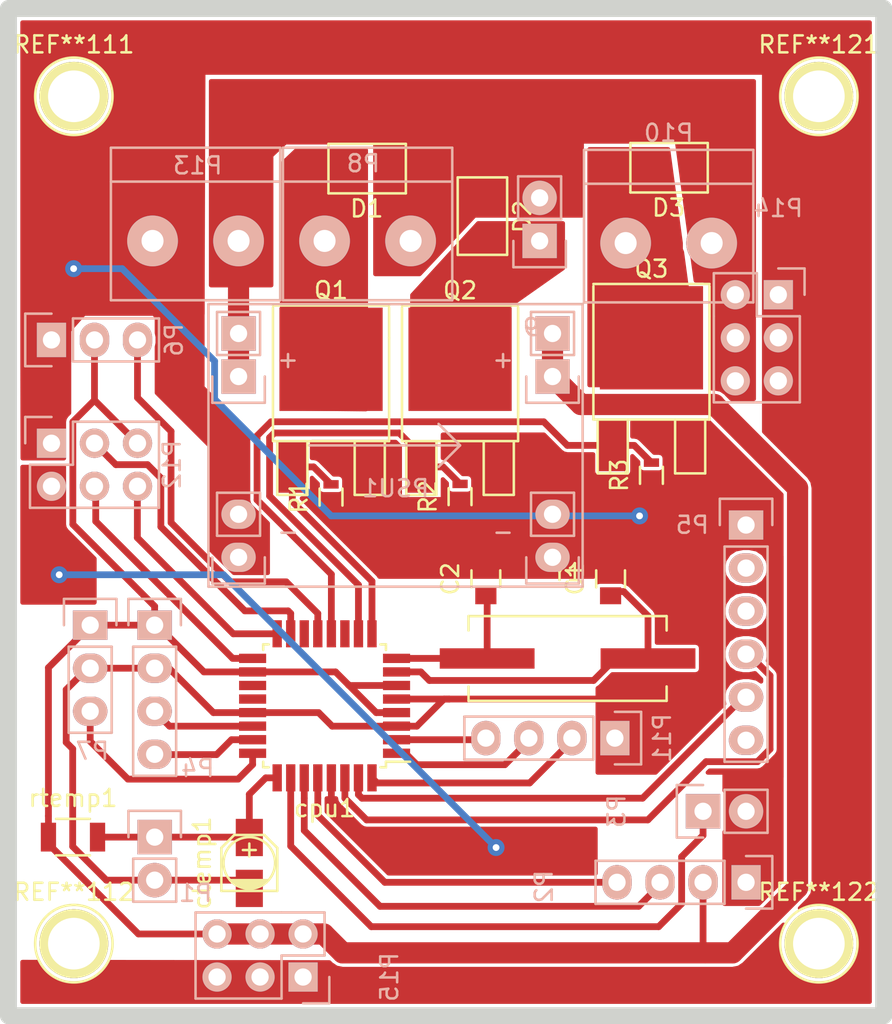
<source format=kicad_pcb>
(kicad_pcb (version 4) (host pcbnew 4.0.2+dfsg1-stable)

  (general
    (links 90)
    (no_connects 0)
    (area 115.577999 40.393999 168.267001 100.830001)
    (thickness 1.6)
    (drawings 4)
    (tracks 299)
    (zones 0)
    (modules 35)
    (nets 29)
  )

  (page A4)
  (layers
    (0 F.Cu signal)
    (31 B.Cu signal)
    (32 B.Adhes user hide)
    (33 F.Adhes user hide)
    (34 B.Paste user hide)
    (35 F.Paste user hide)
    (36 B.SilkS user hide)
    (37 F.SilkS user)
    (38 B.Mask user hide)
    (39 F.Mask user hide)
    (40 Dwgs.User user hide)
    (41 Cmts.User user hide)
    (42 Eco1.User user hide)
    (43 Eco2.User user hide)
    (44 Edge.Cuts user)
    (45 Margin user hide)
    (46 B.CrtYd user hide)
    (47 F.CrtYd user)
    (48 B.Fab user hide)
    (49 F.Fab user)
  )

  (setup
    (last_trace_width 0.4)
    (trace_clearance 0.2)
    (zone_clearance 0.2)
    (zone_45_only yes)
    (trace_min 0.2)
    (segment_width 0.2)
    (edge_width 1)
    (via_size 0.6)
    (via_drill 0.4)
    (via_min_size 0.4)
    (via_min_drill 0.3)
    (uvia_size 0.3)
    (uvia_drill 0.1)
    (uvias_allowed no)
    (uvia_min_size 0.2)
    (uvia_min_drill 0.1)
    (pcb_text_width 0.3)
    (pcb_text_size 1.5 1.5)
    (mod_edge_width 0.15)
    (mod_text_size 1 1)
    (mod_text_width 0.15)
    (pad_size 2.032 1.7272)
    (pad_drill 1.016)
    (pad_to_mask_clearance 0)
    (aux_axis_origin 116.078 100.33)
    (visible_elements FFFFEFFF)
    (pcbplotparams
      (layerselection 0x01000_00000001)
      (usegerberextensions false)
      (excludeedgelayer true)
      (linewidth 0.100000)
      (plotframeref false)
      (viasonmask false)
      (mode 1)
      (useauxorigin true)
      (hpglpennumber 1)
      (hpglpenspeed 20)
      (hpglpendiameter 15)
      (hpglpenoverlay 2)
      (psnegative false)
      (psa4output false)
      (plotreference true)
      (plotvalue true)
      (plotinvisibletext false)
      (padsonsilk false)
      (subtractmaskfromsilk false)
      (outputformat 1)
      (mirror false)
      (drillshape 0)
      (scaleselection 1)
      (outputdirectory ""))
  )

  (net 0 "")
  (net 1 "Net-(C1-Pad1)")
  (net 2 GND)
  (net 3 "Net-(C2-Pad1)")
  (net 4 b)
  (net 5 act)
  (net 6 VCC)
  (net 7 winder)
  (net 8 auger)
  (net 9 spool)
  (net 10 htr)
  (net 11 servo)
  (net 12 mosi)
  (net 13 miso)
  (net 14 sck)
  (net 15 therm)
  (net 16 diam)
  (net 17 length)
  (net 18 bzr)
  (net 19 sda)
  (net 20 scl)
  (net 21 reset)
  (net 22 rxd)
  (net 23 txd)
  (net 24 a)
  (net 25 +24V)
  (net 26 "Net-(D1-Pad2)")
  (net 27 "Net-(D2-Pad2)")
  (net 28 "Net-(D3-Pad2)")

  (net_class Default "This is the default net class."
    (clearance 0.2)
    (trace_width 0.4)
    (via_dia 0.6)
    (via_drill 0.4)
    (uvia_dia 0.3)
    (uvia_drill 0.1)
    (add_net +24V)
    (add_net GND)
    (add_net "Net-(C1-Pad1)")
    (add_net "Net-(C2-Pad1)")
    (add_net "Net-(D1-Pad2)")
    (add_net "Net-(D2-Pad2)")
    (add_net "Net-(D3-Pad2)")
    (add_net VCC)
    (add_net a)
    (add_net act)
    (add_net auger)
    (add_net b)
    (add_net bzr)
    (add_net diam)
    (add_net htr)
    (add_net length)
    (add_net miso)
    (add_net mosi)
    (add_net reset)
    (add_net rxd)
    (add_net sck)
    (add_net scl)
    (add_net sda)
    (add_net servo)
    (add_net spool)
    (add_net therm)
    (add_net txd)
    (add_net winder)
  )

  (module Connect:1pin (layer F.Cu) (tedit 0) (tstamp 56E97564)
    (at 163.9388 96.0756)
    (descr "module 1 pin (ou trou mecanique de percage)")
    (tags DEV)
    (fp_text reference REF**122 (at 0 -3.048) (layer F.SilkS)
      (effects (font (size 1 1) (thickness 0.15)))
    )
    (fp_text value 1pin (at 0 2.794) (layer F.Fab)
      (effects (font (size 1 1) (thickness 0.15)))
    )
    (fp_circle (center 0 0) (end 0 -2.286) (layer F.SilkS) (width 0.15))
    (pad 1 thru_hole circle (at 0 0) (size 4.064 4.064) (drill 3.048) (layers *.Cu *.Mask F.SilkS))
  )

  (module Connect:1pin (layer F.Cu) (tedit 0) (tstamp 56E97560)
    (at 119.9388 96.0756)
    (descr "module 1 pin (ou trou mecanique de percage)")
    (tags DEV)
    (fp_text reference REF**112 (at 0 -3.048) (layer F.SilkS)
      (effects (font (size 1 1) (thickness 0.15)))
    )
    (fp_text value 1pin (at 0 2.794) (layer F.Fab)
      (effects (font (size 1 1) (thickness 0.15)))
    )
    (fp_circle (center 0 0) (end 0 -2.286) (layer F.SilkS) (width 0.15))
    (pad 1 thru_hole circle (at 0 0) (size 4.064 4.064) (drill 3.048) (layers *.Cu *.Mask F.SilkS))
  )

  (module Connect:1pin (layer F.Cu) (tedit 0) (tstamp 56E9755C)
    (at 163.9388 46.0756)
    (descr "module 1 pin (ou trou mecanique de percage)")
    (tags DEV)
    (fp_text reference REF**121 (at 0 -3.048) (layer F.SilkS)
      (effects (font (size 1 1) (thickness 0.15)))
    )
    (fp_text value 1pin (at 0 2.794) (layer F.Fab)
      (effects (font (size 1 1) (thickness 0.15)))
    )
    (fp_circle (center 0 0) (end 0 -2.286) (layer F.SilkS) (width 0.15))
    (pad 1 thru_hole circle (at 0 0) (size 4.064 4.064) (drill 3.048) (layers *.Cu *.Mask F.SilkS))
  )

  (module Crystals:Crystal_HC49-SD_SMD (layer F.Cu) (tedit 56C85A9D) (tstamp 56C856A3)
    (at 149.098 79.248)
    (descr "Crystal, Quarz, HC49-SD, SMD,")
    (tags "Crystal, Quarz, HC49-SD, SMD,")
    (path /56C8436C)
    (attr smd)
    (fp_text reference Y1 (at 0 -5.08) (layer F.SilkS)
      (effects (font (size 1 1) (thickness 0.15)))
    )
    (fp_text value Crystal (at -0.2032 -1.3208) (layer F.Fab)
      (effects (font (size 1 1) (thickness 0.15)))
    )
    (fp_circle (center 0 0) (end 0.8509 0) (layer F.Adhes) (width 0.381))
    (fp_circle (center 0 0) (end 0.50038 0) (layer F.Adhes) (width 0.381))
    (fp_circle (center 0 0) (end 0.14986 0.0508) (layer F.Adhes) (width 0.381))
    (fp_line (start -5.84962 2.49936) (end 5.84962 2.49936) (layer F.SilkS) (width 0.15))
    (fp_line (start 5.84962 -2.49936) (end -5.84962 -2.49936) (layer F.SilkS) (width 0.15))
    (fp_line (start 5.84962 2.49936) (end 5.84962 1.651) (layer F.SilkS) (width 0.15))
    (fp_line (start 5.84962 -2.49936) (end 5.84962 -1.651) (layer F.SilkS) (width 0.15))
    (fp_line (start -5.84962 2.49936) (end -5.84962 1.651) (layer F.SilkS) (width 0.15))
    (fp_line (start -5.84962 -2.49936) (end -5.84962 -1.651) (layer F.SilkS) (width 0.15))
    (pad 1 smd rect (at -4.75 0) (size 5.6 1.2) (layers F.Cu F.Paste F.Mask)
      (net 3 "Net-(C2-Pad1)"))
    (pad 2 smd rect (at 4.75 0) (size 5.6007 1.2) (layers F.Cu F.Paste F.Mask)
      (net 1 "Net-(C1-Pad1)"))
  )

  (module Housings_QFP:TQFP-32_7x7mm_Pitch0.8mm (layer F.Cu) (tedit 54130A77) (tstamp 56C85612)
    (at 134.747 82.042 180)
    (descr "32-Lead Plastic Thin Quad Flatpack (PT) - 7x7x1.0 mm Body, 2.00 mm [TQFP] (see Microchip Packaging Specification 00000049BS.pdf)")
    (tags "QFP 0.8")
    (path /56C8395C)
    (attr smd)
    (fp_text reference cpu1 (at 0 -6.05 180) (layer F.SilkS)
      (effects (font (size 1 1) (thickness 0.15)))
    )
    (fp_text value ATMEGA328P-A (at 0 6.05 180) (layer F.Fab)
      (effects (font (size 1 1) (thickness 0.15)))
    )
    (fp_line (start -5.3 -5.3) (end -5.3 5.3) (layer F.CrtYd) (width 0.05))
    (fp_line (start 5.3 -5.3) (end 5.3 5.3) (layer F.CrtYd) (width 0.05))
    (fp_line (start -5.3 -5.3) (end 5.3 -5.3) (layer F.CrtYd) (width 0.05))
    (fp_line (start -5.3 5.3) (end 5.3 5.3) (layer F.CrtYd) (width 0.05))
    (fp_line (start -3.625 -3.625) (end -3.625 -3.3) (layer F.SilkS) (width 0.15))
    (fp_line (start 3.625 -3.625) (end 3.625 -3.3) (layer F.SilkS) (width 0.15))
    (fp_line (start 3.625 3.625) (end 3.625 3.3) (layer F.SilkS) (width 0.15))
    (fp_line (start -3.625 3.625) (end -3.625 3.3) (layer F.SilkS) (width 0.15))
    (fp_line (start -3.625 -3.625) (end -3.3 -3.625) (layer F.SilkS) (width 0.15))
    (fp_line (start -3.625 3.625) (end -3.3 3.625) (layer F.SilkS) (width 0.15))
    (fp_line (start 3.625 3.625) (end 3.3 3.625) (layer F.SilkS) (width 0.15))
    (fp_line (start 3.625 -3.625) (end 3.3 -3.625) (layer F.SilkS) (width 0.15))
    (fp_line (start -3.625 -3.3) (end -5.05 -3.3) (layer F.SilkS) (width 0.15))
    (pad 1 smd rect (at -4.25 -2.8 180) (size 1.6 0.55) (layers F.Cu F.Paste F.Mask)
      (net 4 b))
    (pad 2 smd rect (at -4.25 -2 180) (size 1.6 0.55) (layers F.Cu F.Paste F.Mask)
      (net 5 act))
    (pad 3 smd rect (at -4.25 -1.2 180) (size 1.6 0.55) (layers F.Cu F.Paste F.Mask)
      (net 2 GND))
    (pad 4 smd rect (at -4.25 -0.4 180) (size 1.6 0.55) (layers F.Cu F.Paste F.Mask)
      (net 6 VCC))
    (pad 5 smd rect (at -4.25 0.4 180) (size 1.6 0.55) (layers F.Cu F.Paste F.Mask)
      (net 2 GND))
    (pad 6 smd rect (at -4.25 1.2 180) (size 1.6 0.55) (layers F.Cu F.Paste F.Mask)
      (net 6 VCC))
    (pad 7 smd rect (at -4.25 2 180) (size 1.6 0.55) (layers F.Cu F.Paste F.Mask)
      (net 1 "Net-(C1-Pad1)"))
    (pad 8 smd rect (at -4.25 2.8 180) (size 1.6 0.55) (layers F.Cu F.Paste F.Mask)
      (net 3 "Net-(C2-Pad1)"))
    (pad 9 smd rect (at -2.8 4.25 270) (size 1.6 0.55) (layers F.Cu F.Paste F.Mask)
      (net 10 htr))
    (pad 10 smd rect (at -2 4.25 270) (size 1.6 0.55) (layers F.Cu F.Paste F.Mask)
      (net 7 winder))
    (pad 11 smd rect (at -1.2 4.25 270) (size 1.6 0.55) (layers F.Cu F.Paste F.Mask))
    (pad 12 smd rect (at -0.4 4.25 270) (size 1.6 0.55) (layers F.Cu F.Paste F.Mask)
      (net 8 auger))
    (pad 13 smd rect (at 0.4 4.25 270) (size 1.6 0.55) (layers F.Cu F.Paste F.Mask)
      (net 11 servo))
    (pad 14 smd rect (at 1.2 4.25 270) (size 1.6 0.55) (layers F.Cu F.Paste F.Mask))
    (pad 15 smd rect (at 2 4.25 270) (size 1.6 0.55) (layers F.Cu F.Paste F.Mask)
      (net 12 mosi))
    (pad 16 smd rect (at 2.8 4.25 270) (size 1.6 0.55) (layers F.Cu F.Paste F.Mask)
      (net 13 miso))
    (pad 17 smd rect (at 4.25 2.8 180) (size 1.6 0.55) (layers F.Cu F.Paste F.Mask)
      (net 14 sck))
    (pad 18 smd rect (at 4.25 2 180) (size 1.6 0.55) (layers F.Cu F.Paste F.Mask)
      (net 6 VCC))
    (pad 19 smd rect (at 4.25 1.2 180) (size 1.6 0.55) (layers F.Cu F.Paste F.Mask))
    (pad 20 smd rect (at 4.25 0.4 180) (size 1.6 0.55) (layers F.Cu F.Paste F.Mask))
    (pad 21 smd rect (at 4.25 -0.4 180) (size 1.6 0.55) (layers F.Cu F.Paste F.Mask)
      (net 2 GND))
    (pad 22 smd rect (at 4.25 -1.2 180) (size 1.6 0.55) (layers F.Cu F.Paste F.Mask)
      (net 17 length))
    (pad 23 smd rect (at 4.25 -2 180) (size 1.6 0.55) (layers F.Cu F.Paste F.Mask)
      (net 16 diam))
    (pad 24 smd rect (at 4.25 -2.8 180) (size 1.6 0.55) (layers F.Cu F.Paste F.Mask)
      (net 9 spool))
    (pad 25 smd rect (at 2.8 -4.25 270) (size 1.6 0.55) (layers F.Cu F.Paste F.Mask)
      (net 15 therm))
    (pad 26 smd rect (at 2 -4.25 270) (size 1.6 0.55) (layers F.Cu F.Paste F.Mask)
      (net 18 bzr))
    (pad 27 smd rect (at 1.2 -4.25 270) (size 1.6 0.55) (layers F.Cu F.Paste F.Mask)
      (net 19 sda))
    (pad 28 smd rect (at 0.4 -4.25 270) (size 1.6 0.55) (layers F.Cu F.Paste F.Mask)
      (net 20 scl))
    (pad 29 smd rect (at -0.4 -4.25 270) (size 1.6 0.55) (layers F.Cu F.Paste F.Mask)
      (net 21 reset))
    (pad 30 smd rect (at -1.2 -4.25 270) (size 1.6 0.55) (layers F.Cu F.Paste F.Mask)
      (net 22 rxd))
    (pad 31 smd rect (at -2 -4.25 270) (size 1.6 0.55) (layers F.Cu F.Paste F.Mask)
      (net 23 txd))
    (pad 32 smd rect (at -2.8 -4.25 270) (size 1.6 0.55) (layers F.Cu F.Paste F.Mask)
      (net 24 a))
    (model Housings_QFP.3dshapes/TQFP-32_7x7mm_Pitch0.8mm.wrl
      (at (xyz 0 0 0))
      (scale (xyz 1 1 1))
      (rotate (xyz 0 0 0))
    )
  )

  (module Capacitors_SMD:c_elec_3x5.3 (layer F.Cu) (tedit 556FDD5F) (tstamp 56C85618)
    (at 130.302 91.313 90)
    (descr "SMT capacitor, aluminium electrolytic, 3x5.3")
    (path /56C8414C)
    (attr smd)
    (fp_text reference ctemp1 (at 0 -2.794 90) (layer F.SilkS)
      (effects (font (size 1 1) (thickness 0.15)))
    )
    (fp_text value CP10uF (at 0 2.794 90) (layer F.Fab)
      (effects (font (size 1 1) (thickness 0.15)))
    )
    (fp_line (start -2.8 2.05) (end 2.8 2.05) (layer F.CrtYd) (width 0.05))
    (fp_line (start 2.8 2.05) (end 2.8 -2.05) (layer F.CrtYd) (width 0.05))
    (fp_line (start 2.8 -2.05) (end -2.8 -2.05) (layer F.CrtYd) (width 0.05))
    (fp_line (start -2.8 -2.05) (end -2.8 2.05) (layer F.CrtYd) (width 0.05))
    (fp_line (start -1.651 -1.651) (end -1.651 1.651) (layer F.SilkS) (width 0.15))
    (fp_line (start -1.651 1.651) (end 0.889 1.651) (layer F.SilkS) (width 0.15))
    (fp_line (start 0.889 1.651) (end 1.651 0.889) (layer F.SilkS) (width 0.15))
    (fp_line (start 1.651 0.889) (end 1.651 -0.889) (layer F.SilkS) (width 0.15))
    (fp_line (start 1.651 -0.889) (end 0.889 -1.651) (layer F.SilkS) (width 0.15))
    (fp_line (start 0.889 -1.651) (end -1.651 -1.651) (layer F.SilkS) (width 0.15))
    (fp_line (start -1.397 -0.508) (end -1.397 0.508) (layer F.SilkS) (width 0.15))
    (fp_line (start -1.27 -0.762) (end -1.27 0.762) (layer F.SilkS) (width 0.15))
    (fp_line (start -1.143 -1.016) (end -1.143 1.016) (layer F.SilkS) (width 0.15))
    (fp_line (start -1.016 -1.143) (end -1.016 1.143) (layer F.SilkS) (width 0.15))
    (fp_line (start 1.143 0) (end 0.381 0) (layer F.SilkS) (width 0.15))
    (fp_line (start 0.762 -0.381) (end 0.762 0.381) (layer F.SilkS) (width 0.15))
    (fp_circle (center 0 0) (end 1.524 0) (layer F.SilkS) (width 0.15))
    (pad 1 smd rect (at 1.50114 0 90) (size 2.19964 1.6002) (layers F.Cu F.Paste F.Mask)
      (net 15 therm))
    (pad 2 smd rect (at -1.50114 0 90) (size 2.19964 1.6002) (layers F.Cu F.Paste F.Mask)
      (net 2 GND))
    (model Capacitors_SMD.3dshapes/c_elec_3x5.3.wrl
      (at (xyz 0 0 0))
      (scale (xyz 1 1 1))
      (rotate (xyz 0 0 0))
    )
  )

  (module Pin_Headers:Pin_Header_Straight_1x02 (layer B.Cu) (tedit 54EA090C) (tstamp 56C8561E)
    (at 124.714 89.789 180)
    (descr "Through hole pin header")
    (tags "pin header")
    (path /56C8A353)
    (fp_text reference P1 (at -2.413 -3.302 180) (layer B.SilkS)
      (effects (font (size 1 1) (thickness 0.15)) (justify mirror))
    )
    (fp_text value therm (at 2.667 -1.397 270) (layer B.Fab)
      (effects (font (size 1 1) (thickness 0.15)) (justify mirror))
    )
    (fp_line (start 1.27 -1.27) (end 1.27 -3.81) (layer B.SilkS) (width 0.15))
    (fp_line (start 1.55 1.55) (end 1.55 0) (layer B.SilkS) (width 0.15))
    (fp_line (start -1.75 1.75) (end -1.75 -4.3) (layer B.CrtYd) (width 0.05))
    (fp_line (start 1.75 1.75) (end 1.75 -4.3) (layer B.CrtYd) (width 0.05))
    (fp_line (start -1.75 1.75) (end 1.75 1.75) (layer B.CrtYd) (width 0.05))
    (fp_line (start -1.75 -4.3) (end 1.75 -4.3) (layer B.CrtYd) (width 0.05))
    (fp_line (start 1.27 -1.27) (end -1.27 -1.27) (layer B.SilkS) (width 0.15))
    (fp_line (start -1.55 0) (end -1.55 1.55) (layer B.SilkS) (width 0.15))
    (fp_line (start -1.55 1.55) (end 1.55 1.55) (layer B.SilkS) (width 0.15))
    (fp_line (start -1.27 -1.27) (end -1.27 -3.81) (layer B.SilkS) (width 0.15))
    (fp_line (start -1.27 -3.81) (end 1.27 -3.81) (layer B.SilkS) (width 0.15))
    (pad 1 thru_hole rect (at 0 0 180) (size 2.032 2.032) (drill 1.016) (layers *.Cu *.Mask B.SilkS)
      (net 15 therm))
    (pad 2 thru_hole oval (at 0 -2.54 180) (size 2.032 2.032) (drill 1.016) (layers *.Cu *.Mask B.SilkS)
      (net 2 GND))
    (model Pin_Headers.3dshapes/Pin_Header_Straight_1x02.wrl
      (at (xyz 0 -0.05 0))
      (scale (xyz 1 1 1))
      (rotate (xyz 0 0 90))
    )
  )

  (module Pin_Headers:Pin_Header_Straight_1x04 (layer B.Cu) (tedit 0) (tstamp 56C85626)
    (at 159.639 92.456 90)
    (descr "Through hole pin header")
    (tags "pin header")
    (path /56C8421A)
    (fp_text reference P2 (at -0.254 -11.938 90) (layer B.SilkS)
      (effects (font (size 1 1) (thickness 0.15)) (justify mirror))
    )
    (fp_text value lcd (at -0.127 -10.414 90) (layer B.Fab)
      (effects (font (size 1 1) (thickness 0.15)) (justify mirror))
    )
    (fp_line (start -1.75 1.75) (end -1.75 -9.4) (layer B.CrtYd) (width 0.05))
    (fp_line (start 1.75 1.75) (end 1.75 -9.4) (layer B.CrtYd) (width 0.05))
    (fp_line (start -1.75 1.75) (end 1.75 1.75) (layer B.CrtYd) (width 0.05))
    (fp_line (start -1.75 -9.4) (end 1.75 -9.4) (layer B.CrtYd) (width 0.05))
    (fp_line (start -1.27 -1.27) (end -1.27 -8.89) (layer B.SilkS) (width 0.15))
    (fp_line (start 1.27 -1.27) (end 1.27 -8.89) (layer B.SilkS) (width 0.15))
    (fp_line (start 1.55 1.55) (end 1.55 0) (layer B.SilkS) (width 0.15))
    (fp_line (start -1.27 -8.89) (end 1.27 -8.89) (layer B.SilkS) (width 0.15))
    (fp_line (start 1.27 -1.27) (end -1.27 -1.27) (layer B.SilkS) (width 0.15))
    (fp_line (start -1.55 0) (end -1.55 1.55) (layer B.SilkS) (width 0.15))
    (fp_line (start -1.55 1.55) (end 1.55 1.55) (layer B.SilkS) (width 0.15))
    (pad 1 thru_hole rect (at 0 0 90) (size 2.032 1.7272) (drill 1.016) (layers *.Cu *.Mask B.SilkS)
      (net 2 GND))
    (pad 2 thru_hole oval (at 0 -2.54 90) (size 2.032 1.7272) (drill 1.016) (layers *.Cu *.Mask B.SilkS)
      (net 6 VCC))
    (pad 3 thru_hole oval (at 0 -5.08 90) (size 2.032 1.7272) (drill 1.016) (layers *.Cu *.Mask B.SilkS)
      (net 19 sda))
    (pad 4 thru_hole oval (at 0 -7.62 90) (size 2.032 1.7272) (drill 1.016) (layers *.Cu *.Mask B.SilkS)
      (net 20 scl))
    (model Pin_Headers.3dshapes/Pin_Header_Straight_1x04.wrl
      (at (xyz 0 -0.15 0))
      (scale (xyz 1 1 1))
      (rotate (xyz 0 0 90))
    )
  )

  (module Pin_Headers:Pin_Header_Straight_1x02 (layer B.Cu) (tedit 54EA090C) (tstamp 56C8562C)
    (at 157.099 88.265 270)
    (descr "Through hole pin header")
    (tags "pin header")
    (path /56C843F5)
    (fp_text reference P3 (at 0 5.1 270) (layer B.SilkS)
      (effects (font (size 1 1) (thickness 0.15)) (justify mirror))
    )
    (fp_text value buzzer (at 0 3.1 270) (layer B.Fab)
      (effects (font (size 1 1) (thickness 0.15)) (justify mirror))
    )
    (fp_line (start 1.27 -1.27) (end 1.27 -3.81) (layer B.SilkS) (width 0.15))
    (fp_line (start 1.55 1.55) (end 1.55 0) (layer B.SilkS) (width 0.15))
    (fp_line (start -1.75 1.75) (end -1.75 -4.3) (layer B.CrtYd) (width 0.05))
    (fp_line (start 1.75 1.75) (end 1.75 -4.3) (layer B.CrtYd) (width 0.05))
    (fp_line (start -1.75 1.75) (end 1.75 1.75) (layer B.CrtYd) (width 0.05))
    (fp_line (start -1.75 -4.3) (end 1.75 -4.3) (layer B.CrtYd) (width 0.05))
    (fp_line (start 1.27 -1.27) (end -1.27 -1.27) (layer B.SilkS) (width 0.15))
    (fp_line (start -1.55 0) (end -1.55 1.55) (layer B.SilkS) (width 0.15))
    (fp_line (start -1.55 1.55) (end 1.55 1.55) (layer B.SilkS) (width 0.15))
    (fp_line (start -1.27 -1.27) (end -1.27 -3.81) (layer B.SilkS) (width 0.15))
    (fp_line (start -1.27 -3.81) (end 1.27 -3.81) (layer B.SilkS) (width 0.15))
    (pad 1 thru_hole rect (at 0 0 270) (size 2.032 2.032) (drill 1.016) (layers *.Cu *.Mask B.SilkS)
      (net 18 bzr))
    (pad 2 thru_hole oval (at 0 -2.54 270) (size 2.032 2.032) (drill 1.016) (layers *.Cu *.Mask B.SilkS)
      (net 2 GND))
    (model Pin_Headers.3dshapes/Pin_Header_Straight_1x02.wrl
      (at (xyz 0 -0.05 0))
      (scale (xyz 1 1 1))
      (rotate (xyz 0 0 90))
    )
  )

  (module Pin_Headers:Pin_Header_Straight_1x04 (layer B.Cu) (tedit 0) (tstamp 56C85634)
    (at 124.710968 77.282652 180)
    (descr "Through hole pin header")
    (tags "pin header")
    (path /56C83BCA)
    (fp_text reference P4 (at -2.543032 -8.442348 180) (layer B.SilkS)
      (effects (font (size 1 1) (thickness 0.15)) (justify mirror))
    )
    (fp_text value qc (at -2.416032 -3.743348 270) (layer B.Fab)
      (effects (font (size 1 1) (thickness 0.15)) (justify mirror))
    )
    (fp_line (start -1.75 1.75) (end -1.75 -9.4) (layer B.CrtYd) (width 0.05))
    (fp_line (start 1.75 1.75) (end 1.75 -9.4) (layer B.CrtYd) (width 0.05))
    (fp_line (start -1.75 1.75) (end 1.75 1.75) (layer B.CrtYd) (width 0.05))
    (fp_line (start -1.75 -9.4) (end 1.75 -9.4) (layer B.CrtYd) (width 0.05))
    (fp_line (start -1.27 -1.27) (end -1.27 -8.89) (layer B.SilkS) (width 0.15))
    (fp_line (start 1.27 -1.27) (end 1.27 -8.89) (layer B.SilkS) (width 0.15))
    (fp_line (start 1.55 1.55) (end 1.55 0) (layer B.SilkS) (width 0.15))
    (fp_line (start -1.27 -8.89) (end 1.27 -8.89) (layer B.SilkS) (width 0.15))
    (fp_line (start 1.27 -1.27) (end -1.27 -1.27) (layer B.SilkS) (width 0.15))
    (fp_line (start -1.55 0) (end -1.55 1.55) (layer B.SilkS) (width 0.15))
    (fp_line (start -1.55 1.55) (end 1.55 1.55) (layer B.SilkS) (width 0.15))
    (pad 1 thru_hole rect (at 0 0 180) (size 2.032 1.7272) (drill 1.016) (layers *.Cu *.Mask B.SilkS)
      (net 6 VCC))
    (pad 2 thru_hole oval (at 0 -2.54 180) (size 2.032 1.7272) (drill 1.016) (layers *.Cu *.Mask B.SilkS)
      (net 2 GND))
    (pad 3 thru_hole oval (at 0 -5.08 180) (size 2.032 1.7272) (drill 1.016) (layers *.Cu *.Mask B.SilkS)
      (net 17 length))
    (pad 4 thru_hole oval (at 0 -7.62 180) (size 2.032 1.7272) (drill 1.016) (layers *.Cu *.Mask B.SilkS)
      (net 16 diam))
    (model Pin_Headers.3dshapes/Pin_Header_Straight_1x04.wrl
      (at (xyz 0 -0.15 0))
      (scale (xyz 1 1 1))
      (rotate (xyz 0 0 90))
    )
  )

  (module Pin_Headers:Pin_Header_Straight_1x06 (layer B.Cu) (tedit 0) (tstamp 56C8563E)
    (at 159.639 71.374001 180)
    (descr "Through hole pin header")
    (tags "pin header")
    (path /56C83C3C)
    (fp_text reference P5 (at 3.175 0.000001 180) (layer B.SilkS)
      (effects (font (size 1 1) (thickness 0.15)) (justify mirror))
    )
    (fp_text value ftdi (at 0 3.1 180) (layer B.Fab)
      (effects (font (size 1 1) (thickness 0.15)) (justify mirror))
    )
    (fp_line (start -1.75 1.75) (end -1.75 -14.45) (layer B.CrtYd) (width 0.05))
    (fp_line (start 1.75 1.75) (end 1.75 -14.45) (layer B.CrtYd) (width 0.05))
    (fp_line (start -1.75 1.75) (end 1.75 1.75) (layer B.CrtYd) (width 0.05))
    (fp_line (start -1.75 -14.45) (end 1.75 -14.45) (layer B.CrtYd) (width 0.05))
    (fp_line (start 1.27 -1.27) (end 1.27 -13.97) (layer B.SilkS) (width 0.15))
    (fp_line (start 1.27 -13.97) (end -1.27 -13.97) (layer B.SilkS) (width 0.15))
    (fp_line (start -1.27 -13.97) (end -1.27 -1.27) (layer B.SilkS) (width 0.15))
    (fp_line (start 1.55 1.55) (end 1.55 0) (layer B.SilkS) (width 0.15))
    (fp_line (start 1.27 -1.27) (end -1.27 -1.27) (layer B.SilkS) (width 0.15))
    (fp_line (start -1.55 0) (end -1.55 1.55) (layer B.SilkS) (width 0.15))
    (fp_line (start -1.55 1.55) (end 1.55 1.55) (layer B.SilkS) (width 0.15))
    (pad 1 thru_hole rect (at 0 0 180) (size 2.032 1.7272) (drill 1.016) (layers *.Cu *.Mask B.SilkS)
      (net 2 GND))
    (pad 2 thru_hole oval (at 0 -2.54 180) (size 2.032 1.7272) (drill 1.016) (layers *.Cu *.Mask B.SilkS))
    (pad 3 thru_hole oval (at 0 -5.08 180) (size 2.032 1.7272) (drill 1.016) (layers *.Cu *.Mask B.SilkS))
    (pad 4 thru_hole oval (at 0 -7.62 180) (size 2.032 1.7272) (drill 1.016) (layers *.Cu *.Mask B.SilkS)
      (net 22 rxd))
    (pad 5 thru_hole oval (at 0 -10.16 180) (size 2.032 1.7272) (drill 1.016) (layers *.Cu *.Mask B.SilkS)
      (net 23 txd))
    (pad 6 thru_hole oval (at 0 -12.7 180) (size 2.032 1.7272) (drill 1.016) (layers *.Cu *.Mask B.SilkS))
    (model Pin_Headers.3dshapes/Pin_Header_Straight_1x06.wrl
      (at (xyz 0 -0.25 0))
      (scale (xyz 1 1 1))
      (rotate (xyz 0 0 90))
    )
  )

  (module Pin_Headers:Pin_Header_Straight_1x03 (layer B.Cu) (tedit 56C86B6D) (tstamp 56C85645)
    (at 118.618001 60.452 270)
    (descr "Through hole pin header")
    (tags "pin header")
    (path /56C83CCB)
    (fp_text reference P6 (at 0 -7.238999 270) (layer B.SilkS)
      (effects (font (size 1 1) (thickness 0.15)) (justify mirror))
    )
    (fp_text value servo (at 2.413 -3.047999 360) (layer B.Fab)
      (effects (font (size 1 1) (thickness 0.15)) (justify mirror))
    )
    (fp_line (start -1.75 1.75) (end -1.75 -6.85) (layer B.CrtYd) (width 0.05))
    (fp_line (start 1.75 1.75) (end 1.75 -6.85) (layer B.CrtYd) (width 0.05))
    (fp_line (start -1.75 1.75) (end 1.75 1.75) (layer B.CrtYd) (width 0.05))
    (fp_line (start -1.75 -6.85) (end 1.75 -6.85) (layer B.CrtYd) (width 0.05))
    (fp_line (start -1.27 -1.27) (end -1.27 -6.35) (layer B.SilkS) (width 0.15))
    (fp_line (start -1.27 -6.35) (end 1.27 -6.35) (layer B.SilkS) (width 0.15))
    (fp_line (start 1.27 -6.35) (end 1.27 -1.27) (layer B.SilkS) (width 0.15))
    (fp_line (start 1.55 1.55) (end 1.55 0) (layer B.SilkS) (width 0.15))
    (fp_line (start 1.27 -1.27) (end -1.27 -1.27) (layer B.SilkS) (width 0.15))
    (fp_line (start -1.55 0) (end -1.55 1.55) (layer B.SilkS) (width 0.15))
    (fp_line (start -1.55 1.55) (end 1.55 1.55) (layer B.SilkS) (width 0.15))
    (pad 1 thru_hole rect (at 0 0 270) (size 2.032 1.7272) (drill 1.016) (layers *.Cu *.Mask B.SilkS)
      (net 2 GND))
    (pad 2 thru_hole oval (at 0 -2.54 270) (size 2.032 1.7272) (drill 1.016) (layers *.Cu *.Mask B.SilkS)
      (net 6 VCC))
    (pad 3 thru_hole oval (at 0 -5.08 270) (size 2.032 1.7272) (drill 1.016) (layers *.Cu *.Mask B.SilkS)
      (net 11 servo))
    (model Pin_Headers.3dshapes/Pin_Header_Straight_1x03.wrl
      (at (xyz 0 -0.1 0))
      (scale (xyz 1 1 1))
      (rotate (xyz 0 0 90))
    )
  )

  (module Pin_Headers:Pin_Header_Straight_1x03 (layer B.Cu) (tedit 0) (tstamp 56C8564C)
    (at 120.904 77.282652 180)
    (descr "Through hole pin header")
    (tags "pin header")
    (path /56C83D66)
    (fp_text reference P7 (at -0.127 -7.426348 180) (layer B.SilkS)
      (effects (font (size 1 1) (thickness 0.15)) (justify mirror))
    )
    (fp_text value hall (at 2.54 -2.600348 270) (layer B.Fab)
      (effects (font (size 1 1) (thickness 0.15)) (justify mirror))
    )
    (fp_line (start -1.75 1.75) (end -1.75 -6.85) (layer B.CrtYd) (width 0.05))
    (fp_line (start 1.75 1.75) (end 1.75 -6.85) (layer B.CrtYd) (width 0.05))
    (fp_line (start -1.75 1.75) (end 1.75 1.75) (layer B.CrtYd) (width 0.05))
    (fp_line (start -1.75 -6.85) (end 1.75 -6.85) (layer B.CrtYd) (width 0.05))
    (fp_line (start -1.27 -1.27) (end -1.27 -6.35) (layer B.SilkS) (width 0.15))
    (fp_line (start -1.27 -6.35) (end 1.27 -6.35) (layer B.SilkS) (width 0.15))
    (fp_line (start 1.27 -6.35) (end 1.27 -1.27) (layer B.SilkS) (width 0.15))
    (fp_line (start 1.55 1.55) (end 1.55 0) (layer B.SilkS) (width 0.15))
    (fp_line (start 1.27 -1.27) (end -1.27 -1.27) (layer B.SilkS) (width 0.15))
    (fp_line (start -1.55 0) (end -1.55 1.55) (layer B.SilkS) (width 0.15))
    (fp_line (start -1.55 1.55) (end 1.55 1.55) (layer B.SilkS) (width 0.15))
    (pad 1 thru_hole rect (at 0 0 180) (size 2.032 1.7272) (drill 1.016) (layers *.Cu *.Mask B.SilkS)
      (net 6 VCC))
    (pad 2 thru_hole oval (at 0 -2.54 180) (size 2.032 1.7272) (drill 1.016) (layers *.Cu *.Mask B.SilkS)
      (net 2 GND))
    (pad 3 thru_hole oval (at 0 -5.08 180) (size 2.032 1.7272) (drill 1.016) (layers *.Cu *.Mask B.SilkS)
      (net 9 spool))
    (model Pin_Headers.3dshapes/Pin_Header_Straight_1x03.wrl
      (at (xyz 0 -0.1 0))
      (scale (xyz 1 1 1))
      (rotate (xyz 0 0 90))
    )
  )

  (module Pin_Headers:Pin_Header_Straight_1x04 (layer B.Cu) (tedit 0) (tstamp 56C85666)
    (at 151.891999 83.947 90)
    (descr "Through hole pin header")
    (tags "pin header")
    (path /56C87C34)
    (fp_text reference P11 (at 0 2.794001 90) (layer B.SilkS)
      (effects (font (size 1 1) (thickness 0.15)) (justify mirror))
    )
    (fp_text value enc (at 3.048 -3.682999 180) (layer B.Fab)
      (effects (font (size 1 1) (thickness 0.15)) (justify mirror))
    )
    (fp_line (start -1.75 1.75) (end -1.75 -9.4) (layer B.CrtYd) (width 0.05))
    (fp_line (start 1.75 1.75) (end 1.75 -9.4) (layer B.CrtYd) (width 0.05))
    (fp_line (start -1.75 1.75) (end 1.75 1.75) (layer B.CrtYd) (width 0.05))
    (fp_line (start -1.75 -9.4) (end 1.75 -9.4) (layer B.CrtYd) (width 0.05))
    (fp_line (start -1.27 -1.27) (end -1.27 -8.89) (layer B.SilkS) (width 0.15))
    (fp_line (start 1.27 -1.27) (end 1.27 -8.89) (layer B.SilkS) (width 0.15))
    (fp_line (start 1.55 1.55) (end 1.55 0) (layer B.SilkS) (width 0.15))
    (fp_line (start -1.27 -8.89) (end 1.27 -8.89) (layer B.SilkS) (width 0.15))
    (fp_line (start 1.27 -1.27) (end -1.27 -1.27) (layer B.SilkS) (width 0.15))
    (fp_line (start -1.55 0) (end -1.55 1.55) (layer B.SilkS) (width 0.15))
    (fp_line (start -1.55 1.55) (end 1.55 1.55) (layer B.SilkS) (width 0.15))
    (pad 1 thru_hole rect (at 0 0 90) (size 2.032 1.7272) (drill 1.016) (layers *.Cu *.Mask B.SilkS)
      (net 2 GND))
    (pad 2 thru_hole oval (at 0 -2.54 90) (size 2.032 1.7272) (drill 1.016) (layers *.Cu *.Mask B.SilkS)
      (net 24 a))
    (pad 3 thru_hole oval (at 0 -5.08 90) (size 2.032 1.7272) (drill 1.016) (layers *.Cu *.Mask B.SilkS)
      (net 4 b))
    (pad 4 thru_hole oval (at 0 -7.62 90) (size 2.032 1.7272) (drill 1.016) (layers *.Cu *.Mask B.SilkS)
      (net 5 act))
    (model Pin_Headers.3dshapes/Pin_Header_Straight_1x04.wrl
      (at (xyz 0 -0.15 0))
      (scale (xyz 1 1 1))
      (rotate (xyz 0 0 90))
    )
  )

  (module Pin_Headers:Pin_Header_Straight_2x03 (layer B.Cu) (tedit 54EA0A4B) (tstamp 56C85670)
    (at 118.618 66.548 270)
    (descr "Through hole pin header")
    (tags "pin header")
    (path /56C8841B)
    (fp_text reference P12 (at 1.27 -7.112 270) (layer B.SilkS)
      (effects (font (size 1 1) (thickness 0.15)) (justify mirror))
    )
    (fp_text value icsp (at 5.207 -2.54 360) (layer B.Fab)
      (effects (font (size 1 1) (thickness 0.15)) (justify mirror))
    )
    (fp_line (start -1.27 -1.27) (end -1.27 -6.35) (layer B.SilkS) (width 0.15))
    (fp_line (start -1.55 1.55) (end 0 1.55) (layer B.SilkS) (width 0.15))
    (fp_line (start -1.75 1.75) (end -1.75 -6.85) (layer B.CrtYd) (width 0.05))
    (fp_line (start 4.3 1.75) (end 4.3 -6.85) (layer B.CrtYd) (width 0.05))
    (fp_line (start -1.75 1.75) (end 4.3 1.75) (layer B.CrtYd) (width 0.05))
    (fp_line (start -1.75 -6.85) (end 4.3 -6.85) (layer B.CrtYd) (width 0.05))
    (fp_line (start 1.27 1.27) (end 1.27 -1.27) (layer B.SilkS) (width 0.15))
    (fp_line (start 1.27 -1.27) (end -1.27 -1.27) (layer B.SilkS) (width 0.15))
    (fp_line (start -1.27 -6.35) (end 3.81 -6.35) (layer B.SilkS) (width 0.15))
    (fp_line (start 3.81 -6.35) (end 3.81 -1.27) (layer B.SilkS) (width 0.15))
    (fp_line (start -1.55 1.55) (end -1.55 0) (layer B.SilkS) (width 0.15))
    (fp_line (start 3.81 1.27) (end 1.27 1.27) (layer B.SilkS) (width 0.15))
    (fp_line (start 3.81 -1.27) (end 3.81 1.27) (layer B.SilkS) (width 0.15))
    (pad 1 thru_hole rect (at 0 0 270) (size 1.7272 1.7272) (drill 1.016) (layers *.Cu *.Mask B.SilkS)
      (net 2 GND))
    (pad 2 thru_hole oval (at 2.54 0 270) (size 1.7272 1.7272) (drill 1.016) (layers *.Cu *.Mask B.SilkS)
      (net 21 reset))
    (pad 3 thru_hole oval (at 0 -2.54 270) (size 1.7272 1.7272) (drill 1.016) (layers *.Cu *.Mask B.SilkS)
      (net 12 mosi))
    (pad 4 thru_hole oval (at 2.54 -2.54 270) (size 1.7272 1.7272) (drill 1.016) (layers *.Cu *.Mask B.SilkS)
      (net 14 sck))
    (pad 5 thru_hole oval (at 0 -5.08 270) (size 1.7272 1.7272) (drill 1.016) (layers *.Cu *.Mask B.SilkS)
      (net 6 VCC))
    (pad 6 thru_hole oval (at 2.54 -5.08 270) (size 1.7272 1.7272) (drill 1.016) (layers *.Cu *.Mask B.SilkS)
      (net 13 miso))
    (model Pin_Headers.3dshapes/Pin_Header_Straight_2x03.wrl
      (at (xyz 0.05 -0.1 0))
      (scale (xyz 1 1 1))
      (rotate (xyz 0 0 90))
    )
  )

  (module TO_SOT_Packages_SMD:TO-252-2Lead (layer F.Cu) (tedit 0) (tstamp 56C85689)
    (at 135.128 67.945)
    (descr "DPAK / TO-252 2-lead smd package")
    (tags "dpak TO-252")
    (path /56C84817)
    (attr smd)
    (fp_text reference Q1 (at 0 -10.414) (layer F.SilkS)
      (effects (font (size 1 1) (thickness 0.15)))
    )
    (fp_text value IRLR2905PBF (at 0 -2.413) (layer F.Fab)
      (effects (font (size 1 1) (thickness 0.15)))
    )
    (fp_line (start 1.397 -1.524) (end 1.397 1.651) (layer F.SilkS) (width 0.15))
    (fp_line (start 1.397 1.651) (end 3.175 1.651) (layer F.SilkS) (width 0.15))
    (fp_line (start 3.175 1.651) (end 3.175 -1.524) (layer F.SilkS) (width 0.15))
    (fp_line (start -3.175 -1.524) (end -3.175 1.651) (layer F.SilkS) (width 0.15))
    (fp_line (start -3.175 1.651) (end -1.397 1.651) (layer F.SilkS) (width 0.15))
    (fp_line (start -1.397 1.651) (end -1.397 -1.524) (layer F.SilkS) (width 0.15))
    (fp_line (start 3.429 -7.62) (end 3.429 -1.524) (layer F.SilkS) (width 0.15))
    (fp_line (start 3.429 -1.524) (end -3.429 -1.524) (layer F.SilkS) (width 0.15))
    (fp_line (start -3.429 -1.524) (end -3.429 -9.398) (layer F.SilkS) (width 0.15))
    (fp_line (start -3.429 -9.525) (end 3.429 -9.525) (layer F.SilkS) (width 0.15))
    (fp_line (start 3.429 -9.398) (end 3.429 -7.62) (layer F.SilkS) (width 0.15))
    (pad 1 smd rect (at -2.286 0) (size 1.651 3.048) (layers F.Cu F.Paste F.Mask)
      (net 10 htr))
    (pad 2 smd rect (at 0 -6.35) (size 6.096 6.096) (layers F.Cu F.Paste F.Mask)
      (net 26 "Net-(D1-Pad2)"))
    (pad 3 smd rect (at 2.286 0) (size 1.651 3.048) (layers F.Cu F.Paste F.Mask)
      (net 2 GND))
    (model TO_SOT_Packages_SMD.3dshapes/TO-252-2Lead.wrl
      (at (xyz 0 0 0))
      (scale (xyz 1 1 1))
      (rotate (xyz 0 0 0))
    )
  )

  (module TO_SOT_Packages_SMD:TO-252-2Lead (layer F.Cu) (tedit 0) (tstamp 56C85690)
    (at 142.748 67.945)
    (descr "DPAK / TO-252 2-lead smd package")
    (tags "dpak TO-252")
    (path /56C86F2D)
    (attr smd)
    (fp_text reference Q2 (at 0 -10.414) (layer F.SilkS)
      (effects (font (size 1 1) (thickness 0.15)))
    )
    (fp_text value IRLR2905PBF (at 0 -2.413) (layer F.Fab)
      (effects (font (size 1 1) (thickness 0.15)))
    )
    (fp_line (start 1.397 -1.524) (end 1.397 1.651) (layer F.SilkS) (width 0.15))
    (fp_line (start 1.397 1.651) (end 3.175 1.651) (layer F.SilkS) (width 0.15))
    (fp_line (start 3.175 1.651) (end 3.175 -1.524) (layer F.SilkS) (width 0.15))
    (fp_line (start -3.175 -1.524) (end -3.175 1.651) (layer F.SilkS) (width 0.15))
    (fp_line (start -3.175 1.651) (end -1.397 1.651) (layer F.SilkS) (width 0.15))
    (fp_line (start -1.397 1.651) (end -1.397 -1.524) (layer F.SilkS) (width 0.15))
    (fp_line (start 3.429 -7.62) (end 3.429 -1.524) (layer F.SilkS) (width 0.15))
    (fp_line (start 3.429 -1.524) (end -3.429 -1.524) (layer F.SilkS) (width 0.15))
    (fp_line (start -3.429 -1.524) (end -3.429 -9.398) (layer F.SilkS) (width 0.15))
    (fp_line (start -3.429 -9.525) (end 3.429 -9.525) (layer F.SilkS) (width 0.15))
    (fp_line (start 3.429 -9.398) (end 3.429 -7.62) (layer F.SilkS) (width 0.15))
    (pad 1 smd rect (at -2.286 0) (size 1.651 3.048) (layers F.Cu F.Paste F.Mask)
      (net 7 winder))
    (pad 2 smd rect (at 0 -6.35) (size 6.096 6.096) (layers F.Cu F.Paste F.Mask)
      (net 27 "Net-(D2-Pad2)"))
    (pad 3 smd rect (at 2.286 0) (size 1.651 3.048) (layers F.Cu F.Paste F.Mask)
      (net 2 GND))
    (model TO_SOT_Packages_SMD.3dshapes/TO-252-2Lead.wrl
      (at (xyz 0 0 0))
      (scale (xyz 1 1 1))
      (rotate (xyz 0 0 0))
    )
  )

  (module TO_SOT_Packages_SMD:TO-252-2Lead (layer F.Cu) (tedit 0) (tstamp 56C85697)
    (at 154.051 66.675)
    (descr "DPAK / TO-252 2-lead smd package")
    (tags "dpak TO-252")
    (path /56C87089)
    (attr smd)
    (fp_text reference Q3 (at 0 -10.414) (layer F.SilkS)
      (effects (font (size 1 1) (thickness 0.15)))
    )
    (fp_text value IRLR2905PBF (at 0 -2.413) (layer F.Fab)
      (effects (font (size 1 1) (thickness 0.15)))
    )
    (fp_line (start 1.397 -1.524) (end 1.397 1.651) (layer F.SilkS) (width 0.15))
    (fp_line (start 1.397 1.651) (end 3.175 1.651) (layer F.SilkS) (width 0.15))
    (fp_line (start 3.175 1.651) (end 3.175 -1.524) (layer F.SilkS) (width 0.15))
    (fp_line (start -3.175 -1.524) (end -3.175 1.651) (layer F.SilkS) (width 0.15))
    (fp_line (start -3.175 1.651) (end -1.397 1.651) (layer F.SilkS) (width 0.15))
    (fp_line (start -1.397 1.651) (end -1.397 -1.524) (layer F.SilkS) (width 0.15))
    (fp_line (start 3.429 -7.62) (end 3.429 -1.524) (layer F.SilkS) (width 0.15))
    (fp_line (start 3.429 -1.524) (end -3.429 -1.524) (layer F.SilkS) (width 0.15))
    (fp_line (start -3.429 -1.524) (end -3.429 -9.398) (layer F.SilkS) (width 0.15))
    (fp_line (start -3.429 -9.525) (end 3.429 -9.525) (layer F.SilkS) (width 0.15))
    (fp_line (start 3.429 -9.398) (end 3.429 -7.62) (layer F.SilkS) (width 0.15))
    (pad 1 smd rect (at -2.286 0) (size 1.651 3.048) (layers F.Cu F.Paste F.Mask)
      (net 8 auger))
    (pad 2 smd rect (at 0 -6.35) (size 6.096 6.096) (layers F.Cu F.Paste F.Mask)
      (net 28 "Net-(D3-Pad2)"))
    (pad 3 smd rect (at 2.286 0) (size 1.651 3.048) (layers F.Cu F.Paste F.Mask)
      (net 2 GND))
    (model TO_SOT_Packages_SMD.3dshapes/TO-252-2Lead.wrl
      (at (xyz 0 0 0))
      (scale (xyz 1 1 1))
      (rotate (xyz 0 0 0))
    )
  )

  (module Resistors_SMD:R_1206 (layer F.Cu) (tedit 5415CFA7) (tstamp 56C8569D)
    (at 119.888 89.789)
    (descr "Resistor SMD 1206, reflow soldering, Vishay (see dcrcw.pdf)")
    (tags "resistor 1206")
    (path /56C83F70)
    (attr smd)
    (fp_text reference rtemp1 (at 0 -2.3) (layer F.SilkS)
      (effects (font (size 1 1) (thickness 0.15)))
    )
    (fp_text value R4.7k (at 0 2.3) (layer F.Fab)
      (effects (font (size 1 1) (thickness 0.15)))
    )
    (fp_line (start -2.2 -1.2) (end 2.2 -1.2) (layer F.CrtYd) (width 0.05))
    (fp_line (start -2.2 1.2) (end 2.2 1.2) (layer F.CrtYd) (width 0.05))
    (fp_line (start -2.2 -1.2) (end -2.2 1.2) (layer F.CrtYd) (width 0.05))
    (fp_line (start 2.2 -1.2) (end 2.2 1.2) (layer F.CrtYd) (width 0.05))
    (fp_line (start 1 1.075) (end -1 1.075) (layer F.SilkS) (width 0.15))
    (fp_line (start -1 -1.075) (end 1 -1.075) (layer F.SilkS) (width 0.15))
    (pad 1 smd rect (at -1.45 0) (size 0.9 1.7) (layers F.Cu F.Paste F.Mask)
      (net 6 VCC))
    (pad 2 smd rect (at 1.45 0) (size 0.9 1.7) (layers F.Cu F.Paste F.Mask)
      (net 15 therm))
    (model Resistors_SMD.3dshapes/R_1206.wrl
      (at (xyz 0 0 0))
      (scale (xyz 1 1 1))
      (rotate (xyz 0 0 0))
    )
  )

  (module screw_terminals:2Screw (layer B.Cu) (tedit 56C877AC) (tstamp 56C8580C)
    (at 137.287 54.61)
    (path /56C8598E)
    (fp_text reference P8 (at -0.254 -4.572) (layer B.SilkS)
      (effects (font (size 1 1) (thickness 0.15)) (justify mirror))
    )
    (fp_text value htr (at -0.254 -6.604) (layer B.Fab)
      (effects (font (size 1 1) (thickness 0.15)) (justify mirror))
    )
    (fp_line (start -5 -3.5) (end 5 -3.5) (layer B.SilkS) (width 0.15))
    (fp_line (start -5 -5.5) (end -5 3.5) (layer B.SilkS) (width 0.15))
    (fp_line (start 5 -5.5) (end -5 -5.5) (layer B.SilkS) (width 0.15))
    (fp_line (start 5 3.5) (end 5 -5.5) (layer B.SilkS) (width 0.15))
    (fp_line (start -5 3.5) (end 5 3.5) (layer B.SilkS) (width 0.15))
    (pad 1 thru_hole circle (at -2.54 0) (size 3 3) (drill 1.3) (layers *.Cu *.Mask B.SilkS)
      (net 26 "Net-(D1-Pad2)"))
    (pad 2 thru_hole circle (at 2.54 0) (size 3 3) (drill 1.3) (layers *.Cu *.Mask B.SilkS)
      (net 25 +24V))
  )

  (module screw_terminals:2Screw (layer B.Cu) (tedit 56C87797) (tstamp 56C85816)
    (at 127.127 54.61)
    (path /56C844B1)
    (fp_text reference P13 (at 0.127 -4.445) (layer B.SilkS)
      (effects (font (size 1 1) (thickness 0.15)) (justify mirror))
    )
    (fp_text value pwr (at -0.254 -6.604) (layer B.Fab)
      (effects (font (size 1 1) (thickness 0.15)) (justify mirror))
    )
    (fp_line (start -5 -3.5) (end 5 -3.5) (layer B.SilkS) (width 0.15))
    (fp_line (start -5 -5.5) (end -5 3.5) (layer B.SilkS) (width 0.15))
    (fp_line (start 5 -5.5) (end -5 -5.5) (layer B.SilkS) (width 0.15))
    (fp_line (start 5 3.5) (end 5 -5.5) (layer B.SilkS) (width 0.15))
    (fp_line (start -5 3.5) (end 5 3.5) (layer B.SilkS) (width 0.15))
    (pad 1 thru_hole circle (at -2.54 0) (size 3 3) (drill 1.3) (layers *.Cu *.Mask B.SilkS)
      (net 2 GND))
    (pad 2 thru_hole circle (at 2.54 0) (size 3 3) (drill 1.3) (layers *.Cu *.Mask B.SilkS)
      (net 25 +24V))
  )

  (module Pin_Headers:Pin_Header_Straight_2x03 (layer B.Cu) (tedit 54EA0A4B) (tstamp 56C89C1D)
    (at 161.544 57.785 180)
    (descr "Through hole pin header")
    (tags "pin header")
    (path /56C98CB9)
    (fp_text reference P14 (at 0 5.1 180) (layer B.SilkS)
      (effects (font (size 1 1) (thickness 0.15)) (justify mirror))
    )
    (fp_text value 24V (at 0 3.1 180) (layer B.Fab)
      (effects (font (size 1 1) (thickness 0.15)) (justify mirror))
    )
    (fp_line (start -1.27 -1.27) (end -1.27 -6.35) (layer B.SilkS) (width 0.15))
    (fp_line (start -1.55 1.55) (end 0 1.55) (layer B.SilkS) (width 0.15))
    (fp_line (start -1.75 1.75) (end -1.75 -6.85) (layer B.CrtYd) (width 0.05))
    (fp_line (start 4.3 1.75) (end 4.3 -6.85) (layer B.CrtYd) (width 0.05))
    (fp_line (start -1.75 1.75) (end 4.3 1.75) (layer B.CrtYd) (width 0.05))
    (fp_line (start -1.75 -6.85) (end 4.3 -6.85) (layer B.CrtYd) (width 0.05))
    (fp_line (start 1.27 1.27) (end 1.27 -1.27) (layer B.SilkS) (width 0.15))
    (fp_line (start 1.27 -1.27) (end -1.27 -1.27) (layer B.SilkS) (width 0.15))
    (fp_line (start -1.27 -6.35) (end 3.81 -6.35) (layer B.SilkS) (width 0.15))
    (fp_line (start 3.81 -6.35) (end 3.81 -1.27) (layer B.SilkS) (width 0.15))
    (fp_line (start -1.55 1.55) (end -1.55 0) (layer B.SilkS) (width 0.15))
    (fp_line (start 3.81 1.27) (end 1.27 1.27) (layer B.SilkS) (width 0.15))
    (fp_line (start 3.81 -1.27) (end 3.81 1.27) (layer B.SilkS) (width 0.15))
    (pad 1 thru_hole rect (at 0 0 180) (size 1.7272 1.7272) (drill 1.016) (layers *.Cu *.Mask B.SilkS)
      (net 2 GND))
    (pad 2 thru_hole oval (at 2.54 0 180) (size 1.7272 1.7272) (drill 1.016) (layers *.Cu *.Mask B.SilkS)
      (net 25 +24V))
    (pad 3 thru_hole oval (at 0 -2.54 180) (size 1.7272 1.7272) (drill 1.016) (layers *.Cu *.Mask B.SilkS)
      (net 2 GND))
    (pad 4 thru_hole oval (at 2.54 -2.54 180) (size 1.7272 1.7272) (drill 1.016) (layers *.Cu *.Mask B.SilkS)
      (net 25 +24V))
    (pad 5 thru_hole oval (at 0 -5.08 180) (size 1.7272 1.7272) (drill 1.016) (layers *.Cu *.Mask B.SilkS)
      (net 2 GND))
    (pad 6 thru_hole oval (at 2.54 -5.08 180) (size 1.7272 1.7272) (drill 1.016) (layers *.Cu *.Mask B.SilkS)
      (net 25 +24V))
    (model Pin_Headers.3dshapes/Pin_Header_Straight_2x03.wrl
      (at (xyz 0.05 -0.1 0))
      (scale (xyz 1 1 1))
      (rotate (xyz 0 0 90))
    )
  )

  (module Pin_Headers:Pin_Header_Straight_2x03 (layer B.Cu) (tedit 54EA0A4B) (tstamp 56C89C27)
    (at 133.477 98.044 90)
    (descr "Through hole pin header")
    (tags "pin header")
    (path /56C99114)
    (fp_text reference P15 (at 0 5.1 90) (layer B.SilkS)
      (effects (font (size 1 1) (thickness 0.15)) (justify mirror))
    )
    (fp_text value 5V (at 0 3.1 90) (layer B.Fab)
      (effects (font (size 1 1) (thickness 0.15)) (justify mirror))
    )
    (fp_line (start -1.27 -1.27) (end -1.27 -6.35) (layer B.SilkS) (width 0.15))
    (fp_line (start -1.55 1.55) (end 0 1.55) (layer B.SilkS) (width 0.15))
    (fp_line (start -1.75 1.75) (end -1.75 -6.85) (layer B.CrtYd) (width 0.05))
    (fp_line (start 4.3 1.75) (end 4.3 -6.85) (layer B.CrtYd) (width 0.05))
    (fp_line (start -1.75 1.75) (end 4.3 1.75) (layer B.CrtYd) (width 0.05))
    (fp_line (start -1.75 -6.85) (end 4.3 -6.85) (layer B.CrtYd) (width 0.05))
    (fp_line (start 1.27 1.27) (end 1.27 -1.27) (layer B.SilkS) (width 0.15))
    (fp_line (start 1.27 -1.27) (end -1.27 -1.27) (layer B.SilkS) (width 0.15))
    (fp_line (start -1.27 -6.35) (end 3.81 -6.35) (layer B.SilkS) (width 0.15))
    (fp_line (start 3.81 -6.35) (end 3.81 -1.27) (layer B.SilkS) (width 0.15))
    (fp_line (start -1.55 1.55) (end -1.55 0) (layer B.SilkS) (width 0.15))
    (fp_line (start 3.81 1.27) (end 1.27 1.27) (layer B.SilkS) (width 0.15))
    (fp_line (start 3.81 -1.27) (end 3.81 1.27) (layer B.SilkS) (width 0.15))
    (pad 1 thru_hole rect (at 0 0 90) (size 1.7272 1.7272) (drill 1.016) (layers *.Cu *.Mask B.SilkS)
      (net 2 GND))
    (pad 2 thru_hole oval (at 2.54 0 90) (size 1.7272 1.7272) (drill 1.016) (layers *.Cu *.Mask B.SilkS)
      (net 6 VCC))
    (pad 3 thru_hole oval (at 0 -2.54 90) (size 1.7272 1.7272) (drill 1.016) (layers *.Cu *.Mask B.SilkS)
      (net 2 GND))
    (pad 4 thru_hole oval (at 2.54 -2.54 90) (size 1.7272 1.7272) (drill 1.016) (layers *.Cu *.Mask B.SilkS)
      (net 6 VCC))
    (pad 5 thru_hole oval (at 0 -5.08 90) (size 1.7272 1.7272) (drill 1.016) (layers *.Cu *.Mask B.SilkS)
      (net 2 GND))
    (pad 6 thru_hole oval (at 2.54 -5.08 90) (size 1.7272 1.7272) (drill 1.016) (layers *.Cu *.Mask B.SilkS)
      (net 6 VCC))
    (model Pin_Headers.3dshapes/Pin_Header_Straight_2x03.wrl
      (at (xyz 0.05 -0.1 0))
      (scale (xyz 1 1 1))
      (rotate (xyz 0 0 90))
    )
  )

  (module Capacitors_SMD:C_0805 (layer F.Cu) (tedit 5415D6EA) (tstamp 56E2AD91)
    (at 151.638 74.549 90)
    (descr "Capacitor SMD 0805, reflow soldering, AVX (see smccp.pdf)")
    (tags "capacitor 0805")
    (path /56C85181)
    (attr smd)
    (fp_text reference C1 (at 0 -2.1 90) (layer F.SilkS)
      (effects (font (size 1 1) (thickness 0.15)))
    )
    (fp_text value C22uF (at 0 2.1 90) (layer F.Fab)
      (effects (font (size 1 1) (thickness 0.15)))
    )
    (fp_line (start -1.8 -1) (end 1.8 -1) (layer F.CrtYd) (width 0.05))
    (fp_line (start -1.8 1) (end 1.8 1) (layer F.CrtYd) (width 0.05))
    (fp_line (start -1.8 -1) (end -1.8 1) (layer F.CrtYd) (width 0.05))
    (fp_line (start 1.8 -1) (end 1.8 1) (layer F.CrtYd) (width 0.05))
    (fp_line (start 0.5 -0.85) (end -0.5 -0.85) (layer F.SilkS) (width 0.15))
    (fp_line (start -0.5 0.85) (end 0.5 0.85) (layer F.SilkS) (width 0.15))
    (pad 1 smd rect (at -1 0 90) (size 1 1.25) (layers F.Cu F.Paste F.Mask)
      (net 1 "Net-(C1-Pad1)"))
    (pad 2 smd rect (at 1 0 90) (size 1 1.25) (layers F.Cu F.Paste F.Mask)
      (net 2 GND))
    (model Capacitors_SMD.3dshapes/C_0805.wrl
      (at (xyz 0 0 0))
      (scale (xyz 1 1 1))
      (rotate (xyz 0 0 0))
    )
  )

  (module Capacitors_SMD:C_0805 (layer F.Cu) (tedit 5415D6EA) (tstamp 56E2AD96)
    (at 144.272 74.549 90)
    (descr "Capacitor SMD 0805, reflow soldering, AVX (see smccp.pdf)")
    (tags "capacitor 0805")
    (path /56C852F9)
    (attr smd)
    (fp_text reference C2 (at 0 -2.1 90) (layer F.SilkS)
      (effects (font (size 1 1) (thickness 0.15)))
    )
    (fp_text value C22uF (at 0 2.1 90) (layer F.Fab)
      (effects (font (size 1 1) (thickness 0.15)))
    )
    (fp_line (start -1.8 -1) (end 1.8 -1) (layer F.CrtYd) (width 0.05))
    (fp_line (start -1.8 1) (end 1.8 1) (layer F.CrtYd) (width 0.05))
    (fp_line (start -1.8 -1) (end -1.8 1) (layer F.CrtYd) (width 0.05))
    (fp_line (start 1.8 -1) (end 1.8 1) (layer F.CrtYd) (width 0.05))
    (fp_line (start 0.5 -0.85) (end -0.5 -0.85) (layer F.SilkS) (width 0.15))
    (fp_line (start -0.5 0.85) (end 0.5 0.85) (layer F.SilkS) (width 0.15))
    (pad 1 smd rect (at -1 0 90) (size 1 1.25) (layers F.Cu F.Paste F.Mask)
      (net 3 "Net-(C2-Pad1)"))
    (pad 2 smd rect (at 1 0 90) (size 1 1.25) (layers F.Cu F.Paste F.Mask)
      (net 2 GND))
    (model Capacitors_SMD.3dshapes/C_0805.wrl
      (at (xyz 0 0 0))
      (scale (xyz 1 1 1))
      (rotate (xyz 0 0 0))
    )
  )

  (module DC-DC_Buck:7-28V (layer B.Cu) (tedit 56C86B99) (tstamp 56E2AD9B)
    (at 138.938 66.675)
    (descr DC-DC_Buck_7-28V)
    (tags "pin header")
    (path /56C83ADF)
    (fp_text reference PSU1 (at 0 2.54) (layer B.SilkS)
      (effects (font (size 1 1) (thickness 0.15)) (justify mirror))
    )
    (fp_text value DC-DC_Buck (at 0 -2.54) (layer B.Fab)
      (effects (font (size 1 1) (thickness 0.15)) (justify mirror))
    )
    (fp_line (start 3.81 0) (end 2.54 -1.27) (layer B.SilkS) (width 0.15))
    (fp_line (start 2.54 1.27) (end 3.81 0) (layer B.SilkS) (width 0.15))
    (fp_line (start -5.08 0) (end 3.81 0) (layer B.SilkS) (width 0.15))
    (fp_text user + (at -6.35 -5.08) (layer B.SilkS)
      (effects (font (size 1 1) (thickness 0.15)) (justify mirror))
    )
    (fp_text user - (at -6.35 5.08) (layer B.SilkS)
      (effects (font (size 1 1) (thickness 0.15)) (justify mirror))
    )
    (fp_text user + (at 6.35 -5.08) (layer B.SilkS)
      (effects (font (size 1 1) (thickness 0.15)) (justify mirror))
    )
    (fp_text user - (at 6.35 5.08) (layer B.SilkS)
      (effects (font (size 1 1) (thickness 0.15)) (justify mirror))
    )
    (fp_line (start -11.049 -8.337) (end -11.049 8.337) (layer B.SilkS) (width 0.15))
    (fp_line (start 11.049 -8.337) (end -11.049 -8.337) (layer B.SilkS) (width 0.15))
    (fp_line (start 11.049 8.337) (end 11.049 -8.337) (layer B.SilkS) (width 0.15))
    (fp_line (start 11.049 8.337) (end -11.049 8.337) (layer B.SilkS) (width 0.15))
    (fp_line (start -8.001 5.334) (end -8.001 2.794) (layer B.SilkS) (width 0.15))
    (fp_line (start -7.721 8.154) (end -7.721 6.604) (layer B.SilkS) (width 0.15))
    (fp_line (start -11.021 8.354) (end -11.021 2.304) (layer B.CrtYd) (width 0.05))
    (fp_line (start -7.521 8.354) (end -7.521 2.304) (layer B.CrtYd) (width 0.05))
    (fp_line (start -11.021 8.354) (end -7.521 8.354) (layer B.CrtYd) (width 0.05))
    (fp_line (start -11.021 2.304) (end -7.521 2.304) (layer B.CrtYd) (width 0.05))
    (fp_line (start -8.001 5.334) (end -10.541 5.334) (layer B.SilkS) (width 0.15))
    (fp_line (start -10.821 6.604) (end -10.821 8.154) (layer B.SilkS) (width 0.15))
    (fp_line (start -10.821 8.154) (end -7.721 8.154) (layer B.SilkS) (width 0.15))
    (fp_line (start -10.541 5.334) (end -10.541 2.794) (layer B.SilkS) (width 0.15))
    (fp_line (start -10.541 2.794) (end -8.001 2.794) (layer B.SilkS) (width 0.15))
    (fp_line (start 10.541 5.334) (end 10.541 2.794) (layer B.SilkS) (width 0.15))
    (fp_line (start -8.001 -5.334) (end -8.001 -7.874) (layer B.SilkS) (width 0.15))
    (fp_line (start 10.541 -5.334) (end 10.541 -7.874) (layer B.SilkS) (width 0.15))
    (fp_line (start 10.541 5.334) (end 8.001 5.334) (layer B.SilkS) (width 0.15))
    (fp_line (start -8.001 -5.334) (end -10.541 -5.334) (layer B.SilkS) (width 0.15))
    (fp_line (start 10.541 -5.334) (end 8.001 -5.334) (layer B.SilkS) (width 0.15))
    (fp_line (start 8.001 5.334) (end 8.001 2.794) (layer B.SilkS) (width 0.15))
    (fp_line (start -10.541 -5.334) (end -10.541 -7.874) (layer B.SilkS) (width 0.15))
    (fp_line (start 8.001 -5.334) (end 8.001 -7.874) (layer B.SilkS) (width 0.15))
    (fp_line (start 8.001 2.794) (end 10.541 2.794) (layer B.SilkS) (width 0.15))
    (fp_line (start -10.541 -7.874) (end -8.001 -7.874) (layer B.SilkS) (width 0.15))
    (fp_line (start 8.001 -7.874) (end 10.541 -7.874) (layer B.SilkS) (width 0.15))
    (fp_line (start 7.721 8.154) (end 10.821 8.154) (layer B.SilkS) (width 0.15))
    (fp_line (start -10.821 -2.514) (end -7.721 -2.514) (layer B.SilkS) (width 0.15))
    (fp_line (start 7.721 -2.514) (end 10.821 -2.514) (layer B.SilkS) (width 0.15))
    (fp_line (start 7.721 6.604) (end 7.721 8.154) (layer B.SilkS) (width 0.15))
    (fp_line (start -10.821 -4.064) (end -10.821 -2.514) (layer B.SilkS) (width 0.15))
    (fp_line (start 7.721 -4.064) (end 7.721 -2.514) (layer B.SilkS) (width 0.15))
    (fp_line (start 10.821 8.154) (end 10.821 6.604) (layer B.SilkS) (width 0.15))
    (fp_line (start -7.721 -2.514) (end -7.721 -4.064) (layer B.SilkS) (width 0.15))
    (fp_line (start 10.821 -2.514) (end 10.821 -4.064) (layer B.SilkS) (width 0.15))
    (fp_line (start 7.521 8.354) (end 11.021 8.354) (layer B.CrtYd) (width 0.05))
    (fp_line (start -11.021 -2.314) (end -7.521 -2.314) (layer B.CrtYd) (width 0.05))
    (fp_line (start 7.521 -2.314) (end 11.021 -2.314) (layer B.CrtYd) (width 0.05))
    (fp_line (start 7.521 8.354) (end 7.521 2.304) (layer B.CrtYd) (width 0.05))
    (fp_line (start -11.021 -2.314) (end -11.021 -8.364) (layer B.CrtYd) (width 0.05))
    (fp_line (start 7.521 -2.314) (end 7.521 -8.364) (layer B.CrtYd) (width 0.05))
    (fp_line (start 11.021 8.354) (end 11.021 2.304) (layer B.CrtYd) (width 0.05))
    (fp_line (start -7.521 -2.314) (end -7.521 -8.364) (layer B.CrtYd) (width 0.05))
    (fp_line (start 11.021 -2.314) (end 11.021 -8.364) (layer B.CrtYd) (width 0.05))
    (fp_line (start 7.521 2.304) (end 11.021 2.304) (layer B.CrtYd) (width 0.05))
    (fp_line (start -11.021 -8.364) (end -7.521 -8.364) (layer B.CrtYd) (width 0.05))
    (fp_line (start 7.521 -8.364) (end 11.021 -8.364) (layer B.CrtYd) (width 0.05))
    (pad 1 thru_hole oval (at -9.271 6.604) (size 2.032 1.7272) (drill 1.016) (layers *.Cu *.Mask B.SilkS)
      (net 2 GND))
    (pad 1 thru_hole oval (at -9.271 4.064) (size 2.032 1.7272) (drill 1.016) (layers *.Cu *.Mask B.SilkS)
      (net 2 GND))
    (pad 2 thru_hole oval (at 9.271 4.064) (size 2.032 1.7272) (drill 1.016) (layers *.Cu *.Mask B.SilkS)
      (net 2 GND))
    (pad 4 thru_hole rect (at -9.271 -6.604) (size 2.032 2.032) (drill 1.016) (layers *.Cu *.Mask B.SilkS)
      (net 25 +24V))
    (pad 3 thru_hole rect (at 9.271 -6.604) (size 2.032 2.032) (drill 1.016) (layers *.Cu *.Mask B.SilkS)
      (net 6 VCC))
    (pad 2 thru_hole oval (at 9.271 6.604) (size 2.032 1.7272) (drill 1.016) (layers *.Cu *.Mask B.SilkS)
      (net 2 GND))
    (pad 4 thru_hole rect (at -9.271 -4.064) (size 2.032 2.032) (drill 1.016) (layers *.Cu *.Mask B.SilkS)
      (net 25 +24V))
    (pad 3 thru_hole rect (at 9.271 -4.064) (size 2.032 2.032) (drill 1.016) (layers *.Cu *.Mask B.SilkS)
      (net 6 VCC))
    (model Pin_Headers.3dshapes/Pin_Header_Straight_1x02.wrl
      (at (xyz 0 -0.05 0))
      (scale (xyz 1 1 1))
      (rotate (xyz 0 0 90))
    )
  )

  (module Resistors_SMD:R_0603 (layer F.Cu) (tedit 5415CC62) (tstamp 56E2ADAB)
    (at 135.128 69.723 90)
    (descr "Resistor SMD 0603, reflow soldering, Vishay (see dcrcw.pdf)")
    (tags "resistor 0603")
    (path /56E2ADAB)
    (attr smd)
    (fp_text reference R1 (at 0 -1.9 90) (layer F.SilkS)
      (effects (font (size 1 1) (thickness 0.15)))
    )
    (fp_text value R100k (at 0 1.9 90) (layer F.Fab)
      (effects (font (size 1 1) (thickness 0.15)))
    )
    (fp_line (start -1.3 -0.8) (end 1.3 -0.8) (layer F.CrtYd) (width 0.05))
    (fp_line (start -1.3 0.8) (end 1.3 0.8) (layer F.CrtYd) (width 0.05))
    (fp_line (start -1.3 -0.8) (end -1.3 0.8) (layer F.CrtYd) (width 0.05))
    (fp_line (start 1.3 -0.8) (end 1.3 0.8) (layer F.CrtYd) (width 0.05))
    (fp_line (start 0.5 0.675) (end -0.5 0.675) (layer F.SilkS) (width 0.15))
    (fp_line (start -0.5 -0.675) (end 0.5 -0.675) (layer F.SilkS) (width 0.15))
    (pad 1 smd rect (at -0.75 0 90) (size 0.5 0.9) (layers F.Cu F.Paste F.Mask)
      (net 2 GND))
    (pad 2 smd rect (at 0.75 0 90) (size 0.5 0.9) (layers F.Cu F.Paste F.Mask)
      (net 10 htr))
    (model Resistors_SMD.3dshapes/R_0603.wrl
      (at (xyz 0 0 0))
      (scale (xyz 1 1 1))
      (rotate (xyz 0 0 0))
    )
  )

  (module Resistors_SMD:R_0603 (layer F.Cu) (tedit 5415CC62) (tstamp 56E2ADB1)
    (at 142.748 69.6976 90)
    (descr "Resistor SMD 0603, reflow soldering, Vishay (see dcrcw.pdf)")
    (tags "resistor 0603")
    (path /56E2B368)
    (attr smd)
    (fp_text reference R2 (at 0 -1.9 90) (layer F.SilkS)
      (effects (font (size 1 1) (thickness 0.15)))
    )
    (fp_text value R100k (at 0 1.9 90) (layer F.Fab)
      (effects (font (size 1 1) (thickness 0.15)))
    )
    (fp_line (start -1.3 -0.8) (end 1.3 -0.8) (layer F.CrtYd) (width 0.05))
    (fp_line (start -1.3 0.8) (end 1.3 0.8) (layer F.CrtYd) (width 0.05))
    (fp_line (start -1.3 -0.8) (end -1.3 0.8) (layer F.CrtYd) (width 0.05))
    (fp_line (start 1.3 -0.8) (end 1.3 0.8) (layer F.CrtYd) (width 0.05))
    (fp_line (start 0.5 0.675) (end -0.5 0.675) (layer F.SilkS) (width 0.15))
    (fp_line (start -0.5 -0.675) (end 0.5 -0.675) (layer F.SilkS) (width 0.15))
    (pad 1 smd rect (at -0.75 0 90) (size 0.5 0.9) (layers F.Cu F.Paste F.Mask)
      (net 2 GND))
    (pad 2 smd rect (at 0.75 0 90) (size 0.5 0.9) (layers F.Cu F.Paste F.Mask)
      (net 7 winder))
    (model Resistors_SMD.3dshapes/R_0603.wrl
      (at (xyz 0 0 0))
      (scale (xyz 1 1 1))
      (rotate (xyz 0 0 0))
    )
  )

  (module Resistors_SMD:R_0603 (layer F.Cu) (tedit 5415CC62) (tstamp 56E2ADB7)
    (at 154.051 68.441 90)
    (descr "Resistor SMD 0603, reflow soldering, Vishay (see dcrcw.pdf)")
    (tags "resistor 0603")
    (path /56E2B3DE)
    (attr smd)
    (fp_text reference R3 (at 0 -1.9 90) (layer F.SilkS)
      (effects (font (size 1 1) (thickness 0.15)))
    )
    (fp_text value R100k (at 0 1.9 90) (layer F.Fab)
      (effects (font (size 1 1) (thickness 0.15)))
    )
    (fp_line (start -1.3 -0.8) (end 1.3 -0.8) (layer F.CrtYd) (width 0.05))
    (fp_line (start -1.3 0.8) (end 1.3 0.8) (layer F.CrtYd) (width 0.05))
    (fp_line (start -1.3 -0.8) (end -1.3 0.8) (layer F.CrtYd) (width 0.05))
    (fp_line (start 1.3 -0.8) (end 1.3 0.8) (layer F.CrtYd) (width 0.05))
    (fp_line (start 0.5 0.675) (end -0.5 0.675) (layer F.SilkS) (width 0.15))
    (fp_line (start -0.5 -0.675) (end 0.5 -0.675) (layer F.SilkS) (width 0.15))
    (pad 1 smd rect (at -0.75 0 90) (size 0.5 0.9) (layers F.Cu F.Paste F.Mask)
      (net 2 GND))
    (pad 2 smd rect (at 0.75 0 90) (size 0.5 0.9) (layers F.Cu F.Paste F.Mask)
      (net 8 auger))
    (model Resistors_SMD.3dshapes/R_0603.wrl
      (at (xyz 0 0 0))
      (scale (xyz 1 1 1))
      (rotate (xyz 0 0 0))
    )
  )

  (module Diodes_SMD:DO-214AC (layer F.Cu) (tedit 56E968B5) (tstamp 56E969CA)
    (at 137.2616 50.3428 180)
    (path /56E96571)
    (fp_text reference D1 (at 0.0254 -2.3622 180) (layer F.SilkS)
      (effects (font (size 1 1) (thickness 0.15)))
    )
    (fp_text value D (at 0.0254 2.5654 180) (layer F.Fab)
      (effects (font (size 1 1) (thickness 0.15)))
    )
    (fp_line (start 2.285 -1.46) (end 2.285 1.46) (layer F.SilkS) (width 0.15))
    (fp_line (start -2.285 -1.46) (end 2.285 -1.46) (layer F.SilkS) (width 0.15))
    (fp_line (start -2.285 1.46) (end 2.285 1.46) (layer F.SilkS) (width 0.15))
    (fp_line (start -2.285 -1.46) (end -2.285 1.46) (layer F.SilkS) (width 0.15))
    (pad 1 smd rect (at -2.6 0 180) (size 2.3 2.4) (layers F.Cu F.Paste F.Mask)
      (net 25 +24V))
    (pad 2 smd rect (at 2.6 0 180) (size 2.3 2.4) (layers F.Cu F.Paste F.Mask)
      (net 26 "Net-(D1-Pad2)"))
  )

  (module Diodes_SMD:DO-214AC (layer F.Cu) (tedit 56E968B5) (tstamp 56E969D4)
    (at 144.0688 53.146 270)
    (path /56E96CA8)
    (fp_text reference D2 (at 0.0254 -2.3622 270) (layer F.SilkS)
      (effects (font (size 1 1) (thickness 0.15)))
    )
    (fp_text value D (at 0.0254 2.5654 270) (layer F.Fab)
      (effects (font (size 1 1) (thickness 0.15)))
    )
    (fp_line (start 2.285 -1.46) (end 2.285 1.46) (layer F.SilkS) (width 0.15))
    (fp_line (start -2.285 -1.46) (end 2.285 -1.46) (layer F.SilkS) (width 0.15))
    (fp_line (start -2.285 1.46) (end 2.285 1.46) (layer F.SilkS) (width 0.15))
    (fp_line (start -2.285 -1.46) (end -2.285 1.46) (layer F.SilkS) (width 0.15))
    (pad 1 smd rect (at -2.6 0 270) (size 2.3 2.4) (layers F.Cu F.Paste F.Mask)
      (net 25 +24V))
    (pad 2 smd rect (at 2.6 0 270) (size 2.3 2.4) (layers F.Cu F.Paste F.Mask)
      (net 27 "Net-(D2-Pad2)"))
  )

  (module Diodes_SMD:DO-214AC (layer F.Cu) (tedit 56E968B5) (tstamp 56E969DE)
    (at 155.0924 50.292 180)
    (path /56E96D3A)
    (fp_text reference D3 (at 0.0254 -2.3622 180) (layer F.SilkS)
      (effects (font (size 1 1) (thickness 0.15)))
    )
    (fp_text value D (at 0.0254 2.5654 180) (layer F.Fab)
      (effects (font (size 1 1) (thickness 0.15)))
    )
    (fp_line (start 2.285 -1.46) (end 2.285 1.46) (layer F.SilkS) (width 0.15))
    (fp_line (start -2.285 -1.46) (end 2.285 -1.46) (layer F.SilkS) (width 0.15))
    (fp_line (start -2.285 1.46) (end 2.285 1.46) (layer F.SilkS) (width 0.15))
    (fp_line (start -2.285 -1.46) (end -2.285 1.46) (layer F.SilkS) (width 0.15))
    (pad 1 smd rect (at -2.6 0 180) (size 2.3 2.4) (layers F.Cu F.Paste F.Mask)
      (net 25 +24V))
    (pad 2 smd rect (at 2.6 0 180) (size 2.3 2.4) (layers F.Cu F.Paste F.Mask)
      (net 28 "Net-(D3-Pad2)"))
  )

  (module Pin_Headers:Pin_Header_Straight_1x02 (layer B.Cu) (tedit 54EA090C) (tstamp 56E96CA9)
    (at 147.447 54.61)
    (descr "Through hole pin header")
    (tags "pin header")
    (path /56C86F33)
    (fp_text reference P9 (at 0 5.1) (layer B.SilkS)
      (effects (font (size 1 1) (thickness 0.15)) (justify mirror))
    )
    (fp_text value winder (at 0 3.1) (layer B.Fab)
      (effects (font (size 1 1) (thickness 0.15)) (justify mirror))
    )
    (fp_line (start 1.27 -1.27) (end 1.27 -3.81) (layer B.SilkS) (width 0.15))
    (fp_line (start 1.55 1.55) (end 1.55 0) (layer B.SilkS) (width 0.15))
    (fp_line (start -1.75 1.75) (end -1.75 -4.3) (layer B.CrtYd) (width 0.05))
    (fp_line (start 1.75 1.75) (end 1.75 -4.3) (layer B.CrtYd) (width 0.05))
    (fp_line (start -1.75 1.75) (end 1.75 1.75) (layer B.CrtYd) (width 0.05))
    (fp_line (start -1.75 -4.3) (end 1.75 -4.3) (layer B.CrtYd) (width 0.05))
    (fp_line (start 1.27 -1.27) (end -1.27 -1.27) (layer B.SilkS) (width 0.15))
    (fp_line (start -1.55 0) (end -1.55 1.55) (layer B.SilkS) (width 0.15))
    (fp_line (start -1.55 1.55) (end 1.55 1.55) (layer B.SilkS) (width 0.15))
    (fp_line (start -1.27 -1.27) (end -1.27 -3.81) (layer B.SilkS) (width 0.15))
    (fp_line (start -1.27 -3.81) (end 1.27 -3.81) (layer B.SilkS) (width 0.15))
    (pad 1 thru_hole rect (at 0 0) (size 2.032 2.032) (drill 1.016) (layers *.Cu *.Mask B.SilkS)
      (net 27 "Net-(D2-Pad2)"))
    (pad 2 thru_hole oval (at 0 -2.54) (size 2.032 2.032) (drill 1.016) (layers *.Cu *.Mask B.SilkS)
      (net 25 +24V))
    (model Pin_Headers.3dshapes/Pin_Header_Straight_1x02.wrl
      (at (xyz 0 -0.05 0))
      (scale (xyz 1 1 1))
      (rotate (xyz 0 0 90))
    )
  )

  (module screw_terminals:2Screw (layer B.Cu) (tedit 567A9B62) (tstamp 56E96CAE)
    (at 155.067 54.737)
    (path /56C8708F)
    (fp_text reference P10 (at 0 -6.5) (layer B.SilkS)
      (effects (font (size 1 1) (thickness 0.15)) (justify mirror))
    )
    (fp_text value auger (at 0 2.5) (layer B.Fab)
      (effects (font (size 1 1) (thickness 0.15)) (justify mirror))
    )
    (fp_line (start -5 -3.5) (end 5 -3.5) (layer B.SilkS) (width 0.15))
    (fp_line (start -5 -5.5) (end -5 3.5) (layer B.SilkS) (width 0.15))
    (fp_line (start 5 -5.5) (end -5 -5.5) (layer B.SilkS) (width 0.15))
    (fp_line (start 5 3.5) (end 5 -5.5) (layer B.SilkS) (width 0.15))
    (fp_line (start -5 3.5) (end 5 3.5) (layer B.SilkS) (width 0.15))
    (pad 1 thru_hole circle (at -2.54 0) (size 3 3) (drill 1.3) (layers *.Cu *.Mask B.SilkS)
      (net 28 "Net-(D3-Pad2)"))
    (pad 2 thru_hole circle (at 2.54 0) (size 3 3) (drill 1.3) (layers *.Cu *.Mask B.SilkS)
      (net 25 +24V))
  )

  (module Connect:1pin (layer F.Cu) (tedit 0) (tstamp 56E97449)
    (at 119.9388 46.0756)
    (descr "module 1 pin (ou trou mecanique de percage)")
    (tags DEV)
    (fp_text reference REF**111 (at 0 -3.048) (layer F.SilkS)
      (effects (font (size 1 1) (thickness 0.15)))
    )
    (fp_text value 1pin (at 0 2.794) (layer F.Fab)
      (effects (font (size 1 1) (thickness 0.15)))
    )
    (fp_circle (center 0 0) (end 0 -2.286) (layer F.SilkS) (width 0.15))
    (pad 1 thru_hole circle (at 0 0) (size 4.064 4.064) (drill 3.048) (layers *.Cu *.Mask F.SilkS))
  )

  (gr_line (start 116.078 100.33) (end 116.078 40.894) (layer Edge.Cuts) (width 1))
  (gr_line (start 167.767 100.33) (end 116.205 100.33) (layer Edge.Cuts) (width 1))
  (gr_line (start 167.767 40.894) (end 167.767 100.33) (layer Edge.Cuts) (width 1))
  (gr_line (start 116.1542 40.894) (end 167.767 40.894) (layer Edge.Cuts) (width 1))

  (segment (start 138.997 80.042) (end 140.432013 80.042) (width 0.4) (layer F.Cu) (net 1))
  (segment (start 140.432013 80.042) (end 140.936249 80.546236) (width 0.4) (layer F.Cu) (net 1))
  (segment (start 140.936249 80.546236) (end 150.631551 80.546236) (width 0.4) (layer F.Cu) (net 1))
  (segment (start 150.631551 80.546236) (end 151.929787 79.248) (width 0.4) (layer F.Cu) (net 1))
  (segment (start 151.929787 79.248) (end 153.848 79.248) (width 0.4) (layer F.Cu) (net 1))
  (segment (start 153.848 79.248) (end 153.848 76.734) (width 0.4) (layer F.Cu) (net 1))
  (segment (start 153.848 76.734) (end 152.413 75.299) (width 0.4) (layer F.Cu) (net 1))
  (segment (start 152.413 75.299) (end 151.638 75.299) (width 0.4) (layer F.Cu) (net 1))
  (segment (start 158.942611 42.889588) (end 128.011535 42.889588) (width 0.4) (layer F.Cu) (net 2))
  (segment (start 128.011535 42.889588) (end 124.587 46.314123) (width 0.4) (layer F.Cu) (net 2))
  (segment (start 124.587 46.314123) (end 124.587 54.61) (width 0.4) (layer F.Cu) (net 2))
  (segment (start 124.587 54.61) (end 124.629799 54.61) (width 1.25) (layer F.Cu) (net 2))
  (segment (start 124.629799 54.61) (end 126.750551 56.730752) (width 1.25) (layer F.Cu) (net 2))
  (segment (start 126.750551 56.730752) (end 126.750551 63.972073) (width 1.25) (layer F.Cu) (net 2))
  (segment (start 126.750551 63.972073) (end 129.667 66.888522) (width 1.25) (layer F.Cu) (net 2))
  (segment (start 129.667 66.888522) (end 129.667 70.739) (width 1.25) (layer F.Cu) (net 2))
  (segment (start 156.337 66.675) (end 156.337 68.3768) (width 0.4) (layer F.Cu) (net 2))
  (segment (start 156.337 68.3768) (end 156.337 68.599) (width 0.4) (layer F.Cu) (net 2))
  (segment (start 154.051 69.191) (end 154.901 69.191) (width 0.4) (layer F.Cu) (net 2))
  (segment (start 154.901 69.191) (end 155.7152 68.3768) (width 0.4) (layer F.Cu) (net 2))
  (segment (start 155.7152 68.3768) (end 156.337 68.3768) (width 0.4) (layer F.Cu) (net 2))
  (segment (start 138.284 70.739) (end 142.6464 70.739) (width 0.4) (layer F.Cu) (net 2))
  (segment (start 142.6464 70.739) (end 145.034 70.739) (width 0.4) (layer F.Cu) (net 2))
  (segment (start 142.748 70.4476) (end 142.748 70.6374) (width 0.4) (layer F.Cu) (net 2))
  (segment (start 142.748 70.6374) (end 142.6464 70.739) (width 0.4) (layer F.Cu) (net 2))
  (segment (start 135.128 70.473) (end 135.978 70.473) (width 0.4) (layer F.Cu) (net 2))
  (segment (start 135.978 70.473) (end 136.244 70.739) (width 0.4) (layer F.Cu) (net 2))
  (segment (start 136.244 70.739) (end 138.284 70.739) (width 0.4) (layer F.Cu) (net 2))
  (segment (start 118.618001 60.452) (end 118.618001 60.2996) (width 0.4) (layer F.Cu) (net 2))
  (segment (start 118.618001 60.2996) (end 124.307601 54.61) (width 0.4) (layer F.Cu) (net 2))
  (segment (start 124.307601 54.61) (end 124.587 54.61) (width 0.4) (layer F.Cu) (net 2))
  (segment (start 118.618 66.548) (end 118.618001 65.284399) (width 0.4) (layer F.Cu) (net 2))
  (segment (start 118.618001 65.284399) (end 118.618001 60.452) (width 0.4) (layer F.Cu) (net 2))
  (segment (start 161.655021 73.237622) (end 159.7914 71.374001) (width 0.4) (layer F.Cu) (net 2))
  (segment (start 159.639 88.265) (end 161.655021 86.248979) (width 0.4) (layer F.Cu) (net 2))
  (segment (start 159.7914 71.374001) (end 159.639 71.374001) (width 0.4) (layer F.Cu) (net 2))
  (segment (start 161.655021 86.248979) (end 161.655021 73.237622) (width 0.4) (layer F.Cu) (net 2))
  (segment (start 159.639 71.374001) (end 157.099 71.374001) (width 0.4) (layer F.Cu) (net 2))
  (segment (start 159.639 71.374001) (end 158.222999 71.374) (width 0.4) (layer F.Cu) (net 2))
  (segment (start 153.887078 71.374001) (end 153.648438 71.135361) (width 0.4) (layer F.Cu) (net 2))
  (segment (start 153.648438 71.135361) (end 153.348439 70.835362) (width 0.4) (layer F.Cu) (net 2))
  (segment (start 157.099 71.374001) (end 153.887078 71.374001) (width 0.4) (layer F.Cu) (net 2))
  (segment (start 158.222999 71.374) (end 157.116917 71.374) (width 0.4) (layer F.Cu) (net 2))
  (segment (start 130.937 98.044) (end 133.477 98.044) (width 0.4) (layer F.Cu) (net 2))
  (segment (start 128.397 98.044) (end 130.937 98.044) (width 0.4) (layer F.Cu) (net 2))
  (segment (start 161.544 60.325) (end 161.544 57.785) (width 0.4) (layer F.Cu) (net 2))
  (segment (start 161.544 62.865) (end 161.544 60.325) (width 0.4) (layer F.Cu) (net 2))
  (segment (start 156.337 68.599) (end 157.099 69.361) (width 0.4) (layer F.Cu) (net 2))
  (segment (start 157.099 69.361) (end 157.099 71.374001) (width 0.4) (layer F.Cu) (net 2))
  (segment (start 129.623889 70.311513) (end 129.598686 70.336716) (width 1.25) (layer F.Cu) (net 2))
  (segment (start 120.426542 55.746706) (end 119.926543 56.246705) (width 0.4) (layer F.Cu) (net 2))
  (segment (start 124.587 54.61) (end 121.563248 54.61) (width 0.4) (layer F.Cu) (net 2))
  (segment (start 120.633649 56.246705) (end 119.926543 56.246705) (width 0.4) (layer B.Cu) (net 2))
  (segment (start 128.250999 61.701749) (end 122.795955 56.246705) (width 0.4) (layer B.Cu) (net 2))
  (segment (start 128.250999 63.947001) (end 128.250999 61.701749) (width 0.4) (layer B.Cu) (net 2))
  (segment (start 121.563248 54.61) (end 120.426542 55.746706) (width 0.4) (layer F.Cu) (net 2))
  (segment (start 153.348439 70.835362) (end 135.13936 70.835362) (width 0.4) (layer B.Cu) (net 2))
  (segment (start 122.795955 56.246705) (end 120.633649 56.246705) (width 0.4) (layer B.Cu) (net 2))
  (segment (start 135.13936 70.835362) (end 128.250999 63.947001) (width 0.4) (layer B.Cu) (net 2))
  (via (at 119.926543 56.246705) (size 1) (drill 0.4) (layers F.Cu B.Cu) (net 2))
  (segment (start 130.497 82.442) (end 128.179008 82.442) (width 0.4) (layer F.Cu) (net 2))
  (segment (start 128.179008 82.442) (end 125.55966 79.822652) (width 0.4) (layer F.Cu) (net 2))
  (segment (start 125.55966 79.822652) (end 124.710968 79.822652) (width 0.4) (layer F.Cu) (net 2))
  (segment (start 142.113 81.642) (end 151.892 81.642) (width 0.4) (layer F.Cu) (net 2))
  (segment (start 151.892 81.642) (end 155.503627 81.642) (width 0.4) (layer F.Cu) (net 2))
  (segment (start 151.891999 83.947) (end 151.892 82.530999) (width 0.4) (layer F.Cu) (net 2))
  (segment (start 151.892 82.530999) (end 151.892 81.642) (width 0.4) (layer F.Cu) (net 2))
  (segment (start 138.997 81.642) (end 142.113 81.642) (width 0.4) (layer F.Cu) (net 2))
  (segment (start 138.997 83.242) (end 140.197 83.242) (width 0.4) (layer F.Cu) (net 2))
  (segment (start 140.197 83.242) (end 141.797 81.642) (width 0.4) (layer F.Cu) (net 2))
  (segment (start 141.797 81.642) (end 142.113 81.642) (width 0.4) (layer F.Cu) (net 2))
  (segment (start 155.575 81.570627) (end 157.116917 80.02871) (width 0.4) (layer F.Cu) (net 2))
  (segment (start 155.503627 81.642) (end 155.575 81.570627) (width 0.4) (layer F.Cu) (net 2))
  (segment (start 157.116917 80.02871) (end 157.116917 71.374) (width 0.4) (layer F.Cu) (net 2))
  (via (at 153.348439 70.835362) (size 1) (drill 0.4) (layers F.Cu B.Cu) (net 2))
  (segment (start 130.497 82.442) (end 134.394661 82.442) (width 0.4) (layer F.Cu) (net 2))
  (segment (start 134.394661 82.442) (end 135.194661 83.242) (width 0.4) (layer F.Cu) (net 2))
  (segment (start 135.194661 83.242) (end 138.997 83.242) (width 0.4) (layer F.Cu) (net 2))
  (segment (start 119.871889 90.342891) (end 119.871889 84.582) (width 0.4) (layer F.Cu) (net 2))
  (segment (start 119.48799 81.086262) (end 120.7516 79.822652) (width 0.4) (layer F.Cu) (net 2))
  (segment (start 119.871889 84.582) (end 119.48799 84.198101) (width 0.4) (layer F.Cu) (net 2))
  (segment (start 119.48799 84.198101) (end 119.48799 81.086262) (width 0.4) (layer F.Cu) (net 2))
  (segment (start 120.7516 79.822652) (end 120.904 79.822652) (width 0.4) (layer F.Cu) (net 2))
  (segment (start 124.710968 79.822652) (end 120.904 79.822652) (width 0.4) (layer F.Cu) (net 2))
  (segment (start 124.714 92.329) (end 121.857998 92.329) (width 0.4) (layer F.Cu) (net 2))
  (segment (start 121.857998 92.329) (end 119.871889 90.342891) (width 0.4) (layer F.Cu) (net 2))
  (segment (start 151.638 73.799) (end 157.116917 73.799) (width 0.4) (layer F.Cu) (net 2))
  (segment (start 157.116917 73.799) (end 157.116917 71.374) (width 0.4) (layer F.Cu) (net 2))
  (segment (start 129.667 73.279) (end 129.667 70.739) (width 1.25) (layer F.Cu) (net 2))
  (segment (start 148.209 70.739) (end 148.209 73.279) (width 0.4) (layer F.Cu) (net 2))
  (segment (start 159.639 92.456) (end 159.639 91.04) (width 0.4) (layer F.Cu) (net 2))
  (segment (start 159.639 91.04) (end 159.639 88.265) (width 0.4) (layer F.Cu) (net 2))
  (segment (start 124.714 92.329) (end 129.81686 92.329) (width 0.4) (layer F.Cu) (net 2))
  (segment (start 129.81686 92.329) (end 130.302 92.81414) (width 0.4) (layer F.Cu) (net 2))
  (segment (start 145.034 70.739) (end 146.793 70.739) (width 0.4) (layer F.Cu) (net 2))
  (segment (start 145.034 67.945) (end 145.034 70.739) (width 0.4) (layer F.Cu) (net 2))
  (segment (start 137.414 67.945) (end 137.414 69.869) (width 0.4) (layer F.Cu) (net 2))
  (segment (start 137.414 69.869) (end 138.284 70.739) (width 0.4) (layer F.Cu) (net 2))
  (segment (start 146.793 70.739) (end 148.209 70.739) (width 0.4) (layer F.Cu) (net 2))
  (segment (start 151.638 73.799) (end 148.729 73.799) (width 0.4) (layer F.Cu) (net 2))
  (segment (start 148.729 73.799) (end 148.209 73.279) (width 0.4) (layer F.Cu) (net 2))
  (segment (start 144.272 73.799) (end 147.689 73.799) (width 0.4) (layer F.Cu) (net 2))
  (segment (start 147.689 73.799) (end 148.209 73.279) (width 0.4) (layer F.Cu) (net 2))
  (segment (start 144.348 79.248) (end 144.348 75.375) (width 0.4) (layer F.Cu) (net 3))
  (segment (start 144.348 75.375) (end 144.272 75.299) (width 0.4) (layer F.Cu) (net 3))
  (segment (start 138.997 79.242) (end 144.342 79.242) (width 0.4) (layer F.Cu) (net 3))
  (segment (start 144.342 79.242) (end 144.348 79.248) (width 0.4) (layer F.Cu) (net 3))
  (segment (start 138.997 84.842) (end 139.522 84.842) (width 0.4) (layer F.Cu) (net 4))
  (segment (start 139.522 84.842) (end 140.197 85.517) (width 0.4) (layer F.Cu) (net 4))
  (segment (start 140.197 85.517) (end 145.394399 85.517) (width 0.4) (layer F.Cu) (net 4))
  (segment (start 145.394399 85.517) (end 146.811999 84.0994) (width 0.4) (layer F.Cu) (net 4))
  (segment (start 146.811999 84.0994) (end 146.811999 83.947) (width 0.4) (layer F.Cu) (net 4))
  (segment (start 138.997 84.042) (end 144.176999 84.042) (width 0.4) (layer F.Cu) (net 5))
  (segment (start 144.176999 84.042) (end 144.271999 83.947) (width 0.4) (layer F.Cu) (net 5))
  (segment (start 124.710968 77.282652) (end 124.710968 76.166284) (width 0.4) (layer F.Cu) (net 6))
  (segment (start 124.710968 76.166284) (end 119.881601 71.336917) (width 0.4) (layer F.Cu) (net 6))
  (segment (start 119.881601 71.336917) (end 119.881601 65.284401) (width 0.4) (layer F.Cu) (net 6))
  (segment (start 119.881601 65.284401) (end 121.158001 64.008001) (width 0.4) (layer F.Cu) (net 6))
  (segment (start 123.698 66.548) (end 121.158001 64.008001) (width 0.4) (layer F.Cu) (net 6))
  (segment (start 121.158001 64.008001) (end 121.158001 60.452) (width 0.4) (layer F.Cu) (net 6))
  (segment (start 162.680032 69.18353) (end 162.680032 92.77957) (width 1.25) (layer F.Cu) (net 6))
  (segment (start 157.776742 64.28024) (end 162.680032 69.18353) (width 1.25) (layer F.Cu) (net 6))
  (segment (start 157.776742 64.262577) (end 157.776742 64.28024) (width 1.25) (layer F.Cu) (net 6))
  (segment (start 158.841842 96.61776) (end 157.226 96.61776) (width 1.25) (layer F.Cu) (net 6))
  (segment (start 149.881586 64.262577) (end 157.776742 64.262577) (width 1.25) (layer F.Cu) (net 6))
  (segment (start 148.230009 62.611) (end 149.881586 64.262577) (width 1.25) (layer F.Cu) (net 6))
  (segment (start 162.680032 92.77957) (end 158.841842 96.61776) (width 1.25) (layer F.Cu) (net 6))
  (segment (start 157.099 96.49076) (end 157.226 96.61776) (width 0.4) (layer F.Cu) (net 6))
  (segment (start 157.226 96.61776) (end 135.812074 96.61776) (width 1.25) (layer F.Cu) (net 6))
  (segment (start 157.099 92.456) (end 157.099 96.49076) (width 0.4) (layer F.Cu) (net 6))
  (segment (start 134.698314 95.504) (end 133.477 95.504) (width 1.25) (layer F.Cu) (net 6))
  (segment (start 135.812074 96.61776) (end 134.698314 95.504) (width 1.25) (layer F.Cu) (net 6))
  (segment (start 130.937 95.504) (end 128.397 95.504) (width 1.25) (layer F.Cu) (net 6))
  (segment (start 133.477 95.504) (end 130.937 95.504) (width 1.25) (layer F.Cu) (net 6))
  (segment (start 118.438 89.789) (end 118.438 90.189) (width 0.4) (layer F.Cu) (net 6))
  (segment (start 127.175686 95.504) (end 128.397 95.504) (width 0.4) (layer F.Cu) (net 6))
  (segment (start 118.438 90.189) (end 123.753 95.504) (width 0.4) (layer F.Cu) (net 6))
  (segment (start 123.753 95.504) (end 127.175686 95.504) (width 0.4) (layer F.Cu) (net 6))
  (segment (start 148.209 62.611) (end 148.230009 62.611) (width 0.4) (layer F.Cu) (net 6))
  (segment (start 138.997 80.842) (end 136.197 80.842) (width 0.4) (layer F.Cu) (net 6))
  (segment (start 136.197 80.842) (end 136.144 80.789) (width 0.4) (layer F.Cu) (net 6))
  (segment (start 135.397 80.042) (end 136.144 80.789) (width 0.4) (layer F.Cu) (net 6))
  (segment (start 136.144 80.789) (end 137.797 82.442) (width 0.4) (layer F.Cu) (net 6))
  (segment (start 130.497 80.042) (end 135.397 80.042) (width 0.4) (layer F.Cu) (net 6))
  (segment (start 137.797 82.442) (end 138.997 82.442) (width 0.4) (layer F.Cu) (net 6))
  (segment (start 120.904 77.282652) (end 124.710968 77.282652) (width 0.4) (layer F.Cu) (net 6))
  (segment (start 120.904 77.325147) (end 118.438 79.791147) (width 0.4) (layer F.Cu) (net 6))
  (segment (start 118.438 79.791147) (end 118.438 88.539) (width 0.4) (layer F.Cu) (net 6))
  (segment (start 118.438 88.539) (end 118.438 89.789) (width 0.4) (layer F.Cu) (net 6))
  (segment (start 130.497 80.042) (end 127.622716 80.042) (width 0.4) (layer F.Cu) (net 6))
  (segment (start 127.622716 80.042) (end 124.863368 77.282652) (width 0.4) (layer F.Cu) (net 6))
  (segment (start 124.863368 77.282652) (end 124.710968 77.282652) (width 0.4) (layer F.Cu) (net 6))
  (segment (start 148.209 60.071) (end 148.209 62.611) (width 1.25) (layer F.Cu) (net 6))
  (segment (start 136.747 77.792) (end 136.747 74.908346) (width 0.4) (layer F.Cu) (net 7))
  (segment (start 136.747 74.908346) (end 131.500525 69.661871) (width 0.4) (layer F.Cu) (net 7))
  (segment (start 131.775526 65.941972) (end 139.157472 65.941972) (width 0.4) (layer F.Cu) (net 7))
  (segment (start 131.500525 69.661871) (end 131.500525 66.216973) (width 0.4) (layer F.Cu) (net 7))
  (segment (start 131.500525 66.216973) (end 131.775526 65.941972) (width 0.4) (layer F.Cu) (net 7))
  (segment (start 139.157472 65.941972) (end 140.462 67.2465) (width 0.4) (layer F.Cu) (net 7))
  (segment (start 140.462 67.2465) (end 140.462 67.945) (width 0.4) (layer F.Cu) (net 7))
  (segment (start 140.462 67.945) (end 141.7454 67.945) (width 0.4) (layer F.Cu) (net 7))
  (segment (start 141.7454 67.945) (end 142.748 68.9476) (width 0.4) (layer F.Cu) (net 7))
  (segment (start 135.147 77.792) (end 135.147 74.279586) (width 0.4) (layer F.Cu) (net 8))
  (segment (start 135.147 74.279586) (end 130.7592 69.891786) (width 0.4) (layer F.Cu) (net 8))
  (segment (start 130.759202 66.109751) (end 131.586761 65.282192) (width 0.4) (layer F.Cu) (net 8))
  (segment (start 130.7592 69.891786) (end 130.759202 66.109751) (width 0.4) (layer F.Cu) (net 8))
  (segment (start 131.586761 65.282192) (end 147.690375 65.282192) (width 0.4) (layer F.Cu) (net 8))
  (segment (start 147.690375 65.282192) (end 149.083183 66.675) (width 0.4) (layer F.Cu) (net 8))
  (segment (start 149.083183 66.675) (end 151.765 66.675) (width 0.4) (layer F.Cu) (net 8))
  (segment (start 151.765 66.675) (end 153.035 66.675) (width 0.4) (layer F.Cu) (net 8))
  (segment (start 153.035 66.675) (end 154.051 67.691) (width 0.4) (layer F.Cu) (net 8))
  (segment (start 120.904 82.362652) (end 120.904 84.136854) (width 0.4) (layer F.Cu) (net 9))
  (segment (start 120.904 84.136854) (end 123.133995 86.366849) (width 0.4) (layer F.Cu) (net 9))
  (segment (start 123.133995 86.366849) (end 129.637649 86.366849) (width 0.4) (layer F.Cu) (net 9))
  (segment (start 130.497 85.507498) (end 130.497 84.842) (width 0.4) (layer F.Cu) (net 9))
  (segment (start 129.637649 86.366849) (end 130.497 85.507498) (width 0.4) (layer F.Cu) (net 9))
  (segment (start 132.842 67.945) (end 134.1 67.945) (width 0.4) (layer F.Cu) (net 10))
  (segment (start 134.1 67.945) (end 135.128 68.973) (width 0.4) (layer F.Cu) (net 10))
  (segment (start 137.547 77.792) (end 137.547 74.69083) (width 0.4) (layer F.Cu) (net 10))
  (segment (start 137.547 74.69083) (end 132.842 69.98583) (width 0.4) (layer F.Cu) (net 10))
  (segment (start 132.842 69.98583) (end 132.842 67.945) (width 0.4) (layer F.Cu) (net 10))
  (segment (start 134.347 77.792) (end 134.347 76.592) (width 0.4) (layer F.Cu) (net 11))
  (segment (start 134.347 76.592) (end 132.4818 74.7268) (width 0.4) (layer F.Cu) (net 11))
  (segment (start 132.4818 74.7268) (end 129.175386 74.7268) (width 0.4) (layer F.Cu) (net 11))
  (segment (start 129.175386 74.7268) (end 125.6792 71.230614) (width 0.4) (layer F.Cu) (net 11))
  (segment (start 125.6792 71.230614) (end 125.6792 65.842077) (width 0.4) (layer F.Cu) (net 11))
  (segment (start 125.6792 65.842077) (end 123.698001 63.860878) (width 0.4) (layer F.Cu) (net 11))
  (segment (start 123.698001 63.860878) (end 123.698001 60.452) (width 0.4) (layer F.Cu) (net 11))
  (segment (start 122.421601 67.811601) (end 122.021599 67.411599) (width 0.4) (layer F.Cu) (net 12))
  (segment (start 124.291731 67.811601) (end 122.421601 67.811601) (width 0.4) (layer F.Cu) (net 12))
  (segment (start 125.079189 68.599059) (end 124.291731 67.811601) (width 0.4) (layer F.Cu) (net 12))
  (segment (start 122.021599 67.411599) (end 121.158 66.548) (width 0.4) (layer F.Cu) (net 12))
  (segment (start 125.079189 71.479146) (end 125.079189 68.599059) (width 0.4) (layer F.Cu) (net 12))
  (segment (start 130.040159 76.440116) (end 125.079189 71.479146) (width 0.4) (layer F.Cu) (net 12))
  (segment (start 132.595116 76.440116) (end 130.040159 76.440116) (width 0.4) (layer F.Cu) (net 12))
  (segment (start 132.747 76.592) (end 132.595116 76.440116) (width 0.4) (layer F.Cu) (net 12))
  (segment (start 132.747 77.792) (end 132.747 76.592) (width 0.4) (layer F.Cu) (net 12))
  (segment (start 131.947 77.792) (end 129.35761 77.792) (width 0.4) (layer F.Cu) (net 13))
  (segment (start 129.35761 77.792) (end 123.690302 72.124692) (width 0.4) (layer F.Cu) (net 13))
  (segment (start 123.690302 72.124692) (end 123.690302 69.095698) (width 0.4) (layer F.Cu) (net 13))
  (segment (start 123.690302 69.095698) (end 123.698 69.088) (width 0.4) (layer F.Cu) (net 13))
  (segment (start 130.497 79.242) (end 129.319695 79.242) (width 0.4) (layer F.Cu) (net 14))
  (segment (start 129.319695 79.242) (end 121.232494 71.154799) (width 0.4) (layer F.Cu) (net 14))
  (segment (start 121.232494 71.154799) (end 121.232494 69.162494) (width 0.4) (layer F.Cu) (net 14))
  (segment (start 121.232494 69.162494) (end 121.158 69.088) (width 0.4) (layer F.Cu) (net 14))
  (segment (start 121.338 89.789) (end 124.714 89.789) (width 0.4) (layer F.Cu) (net 15))
  (segment (start 130.302 89.81186) (end 130.302 87.262) (width 0.4) (layer F.Cu) (net 15))
  (segment (start 131.272 86.292) (end 131.947 86.292) (width 0.4) (layer F.Cu) (net 15))
  (segment (start 130.302 87.262) (end 131.272 86.292) (width 0.4) (layer F.Cu) (net 15))
  (segment (start 124.714 89.789) (end 130.27914 89.789) (width 0.4) (layer F.Cu) (net 15))
  (segment (start 130.27914 89.789) (end 130.302 89.81186) (width 0.4) (layer F.Cu) (net 15))
  (segment (start 130.497 84.042) (end 129.250081 84.042) (width 0.4) (layer F.Cu) (net 16))
  (segment (start 129.250081 84.042) (end 128.372207 84.919874) (width 0.4) (layer F.Cu) (net 16))
  (segment (start 128.372207 84.919874) (end 124.72819 84.919874) (width 0.4) (layer F.Cu) (net 16))
  (segment (start 124.72819 84.919874) (end 124.710968 84.902652) (width 0.4) (layer F.Cu) (net 16))
  (segment (start 130.497 83.242) (end 125.590316 83.242) (width 0.4) (layer F.Cu) (net 17))
  (segment (start 125.590316 83.242) (end 124.710968 82.362652) (width 0.4) (layer F.Cu) (net 17))
  (segment (start 132.747 86.292) (end 132.747 90.316709) (width 0.4) (layer F.Cu) (net 18))
  (segment (start 132.747 90.316709) (end 137.503661 95.07337) (width 0.4) (layer F.Cu) (net 18))
  (segment (start 137.503661 95.07337) (end 154.477726 95.07337) (width 0.4) (layer F.Cu) (net 18))
  (segment (start 155.83539 90.94461) (end 157.099 89.681) (width 0.4) (layer F.Cu) (net 18))
  (segment (start 157.099 89.681) (end 157.099 88.265) (width 0.4) (layer F.Cu) (net 18))
  (segment (start 154.477726 95.07337) (end 155.83539 93.715706) (width 0.4) (layer F.Cu) (net 18))
  (segment (start 155.83539 93.715706) (end 155.83539 90.94461) (width 0.4) (layer F.Cu) (net 18))
  (segment (start 154.559 92.456) (end 154.559 92.6084) (width 0.4) (layer F.Cu) (net 19))
  (segment (start 133.547 87.492) (end 133.547 86.292) (width 0.4) (layer F.Cu) (net 19))
  (segment (start 154.559 92.6084) (end 153.29539 93.87201) (width 0.4) (layer F.Cu) (net 19))
  (segment (start 153.29539 93.87201) (end 138.020087 93.87201) (width 0.4) (layer F.Cu) (net 19))
  (segment (start 138.020087 93.87201) (end 133.547 89.398923) (width 0.4) (layer F.Cu) (net 19))
  (segment (start 133.547 89.398923) (end 133.547 87.492) (width 0.4) (layer F.Cu) (net 19))
  (segment (start 152.019 92.456) (end 138.303968 92.456) (width 0.4) (layer F.Cu) (net 20))
  (segment (start 138.303968 92.456) (end 134.347 88.499032) (width 0.4) (layer F.Cu) (net 20))
  (segment (start 134.347 88.499032) (end 134.347 87.492) (width 0.4) (layer F.Cu) (net 20))
  (segment (start 134.347 87.492) (end 134.347 86.292) (width 0.4) (layer F.Cu) (net 20))
  (segment (start 119.781929 74.307573) (end 119.074823 74.307573) (width 0.4) (layer B.Cu) (net 21))
  (segment (start 144.875204 90.403464) (end 128.779313 74.307573) (width 0.4) (layer B.Cu) (net 21))
  (segment (start 128.779313 74.307573) (end 119.781929 74.307573) (width 0.4) (layer B.Cu) (net 21))
  (segment (start 118.618 73.85075) (end 119.074823 74.307573) (width 0.4) (layer F.Cu) (net 21))
  (segment (start 118.618 69.088) (end 118.618 73.85075) (width 0.4) (layer F.Cu) (net 21))
  (via (at 119.074823 74.307573) (size 1) (drill 0.4) (layers F.Cu B.Cu) (net 21))
  (segment (start 135.147 86.292) (end 135.147 87.889204) (width 0.4) (layer F.Cu) (net 21))
  (segment (start 135.147 87.889204) (end 137.66126 90.403464) (width 0.4) (layer F.Cu) (net 21))
  (segment (start 137.66126 90.403464) (end 144.45094 90.403464) (width 0.4) (layer F.Cu) (net 21))
  (segment (start 144.45094 90.403464) (end 144.875204 90.403464) (width 0.4) (layer F.Cu) (net 21))
  (via (at 144.875204 90.403464) (size 1) (drill 0.4) (layers F.Cu B.Cu) (net 21))
  (segment (start 160.314804 85.337611) (end 161.05501 84.597405) (width 0.4) (layer F.Cu) (net 22))
  (segment (start 137.228 88.773) (end 153.838998 88.773) (width 0.4) (layer F.Cu) (net 22))
  (segment (start 159.7914 78.994001) (end 159.639 78.994001) (width 0.4) (layer F.Cu) (net 22))
  (segment (start 153.838998 88.773) (end 157.274387 85.337611) (width 0.4) (layer F.Cu) (net 22))
  (segment (start 157.274387 85.337611) (end 160.314804 85.337611) (width 0.4) (layer F.Cu) (net 22))
  (segment (start 161.05501 84.597405) (end 161.05501 80.257611) (width 0.4) (layer F.Cu) (net 22))
  (segment (start 161.05501 80.257611) (end 159.7914 78.994001) (width 0.4) (layer F.Cu) (net 22))
  (segment (start 135.947 86.292) (end 135.947 87.492) (width 0.4) (layer F.Cu) (net 22))
  (segment (start 135.947 87.492) (end 137.228 88.773) (width 0.4) (layer F.Cu) (net 22))
  (segment (start 136.747 86.292) (end 136.747 87.287002) (width 0.4) (layer F.Cu) (net 23))
  (segment (start 136.747 87.287002) (end 136.951999 87.492001) (width 0.4) (layer F.Cu) (net 23))
  (segment (start 136.951999 87.492001) (end 153.5286 87.492001) (width 0.4) (layer F.Cu) (net 23))
  (segment (start 153.5286 87.492001) (end 159.4866 81.534001) (width 0.4) (layer F.Cu) (net 23))
  (segment (start 159.4866 81.534001) (end 159.639 81.534001) (width 0.4) (layer F.Cu) (net 23))
  (segment (start 137.547 86.292) (end 137.848229 86.593229) (width 0.4) (layer F.Cu) (net 24))
  (segment (start 137.848229 86.593229) (end 146.85817 86.593229) (width 0.4) (layer F.Cu) (net 24))
  (segment (start 146.85817 86.593229) (end 149.351999 84.0994) (width 0.4) (layer F.Cu) (net 24))
  (segment (start 149.351999 84.0994) (end 149.351999 83.947) (width 0.4) (layer F.Cu) (net 24))
  (segment (start 147.447 52.07) (end 147.447 50.516038) (width 0.4) (layer F.Cu) (net 25))
  (segment (start 156.073497 47.95834) (end 157.6924 49.577243) (width 0.4) (layer F.Cu) (net 25))
  (segment (start 157.6924 49.577243) (end 157.6924 50.292) (width 0.4) (layer F.Cu) (net 25))
  (segment (start 147.447 50.516038) (end 150.004698 47.95834) (width 0.4) (layer F.Cu) (net 25))
  (segment (start 150.004698 47.95834) (end 156.073497 47.95834) (width 0.4) (layer F.Cu) (net 25))
  (segment (start 129.667 54.61) (end 129.667 50.627356) (width 0.4) (layer F.Cu) (net 25))
  (segment (start 131.831156 48.4632) (end 138.812836 48.4632) (width 0.4) (layer F.Cu) (net 25))
  (segment (start 129.667 50.627356) (end 131.831156 48.4632) (width 0.4) (layer F.Cu) (net 25))
  (segment (start 138.812836 48.4632) (end 139.8616 49.511964) (width 0.4) (layer F.Cu) (net 25))
  (segment (start 139.8616 49.511964) (end 139.8616 50.3428) (width 0.4) (layer F.Cu) (net 25))
  (segment (start 159.004 60.325) (end 159.004 62.865) (width 0.4) (layer F.Cu) (net 25))
  (segment (start 159.004 57.785) (end 159.004 60.325) (width 0.4) (layer F.Cu) (net 25))
  (segment (start 157.607 54.737) (end 157.607 56.388) (width 0.4) (layer F.Cu) (net 25))
  (segment (start 157.607 56.388) (end 159.004 57.785) (width 0.4) (layer F.Cu) (net 25))
  (segment (start 144.0688 50.546) (end 145.923 50.546) (width 0.4) (layer F.Cu) (net 25))
  (segment (start 145.923 50.546) (end 147.447 52.07) (width 0.4) (layer F.Cu) (net 25))
  (segment (start 139.8616 50.3428) (end 143.8656 50.3428) (width 0.4) (layer F.Cu) (net 25))
  (segment (start 143.8656 50.3428) (end 144.0688 50.546) (width 0.4) (layer F.Cu) (net 25))
  (segment (start 129.667 60.071) (end 129.667 54.61) (width 1.25) (layer F.Cu) (net 25))
  (segment (start 129.667 62.611) (end 129.667 60.071) (width 1.25) (layer F.Cu) (net 25))
  (segment (start 157.607 54.737) (end 157.607 50.3774) (width 0.4) (layer F.Cu) (net 25))
  (segment (start 157.607 50.3774) (end 157.6924 50.292) (width 0.4) (layer F.Cu) (net 25))
  (segment (start 139.827 54.61) (end 139.827 50.3774) (width 0.4) (layer F.Cu) (net 25))
  (segment (start 139.827 50.3774) (end 139.8616 50.3428) (width 0.4) (layer F.Cu) (net 25))
  (segment (start 134.747 54.61) (end 134.747 50.4282) (width 0.4) (layer F.Cu) (net 26))
  (segment (start 134.747 50.4282) (end 134.6616 50.3428) (width 0.4) (layer F.Cu) (net 26))
  (segment (start 135.128 54.991) (end 134.747 54.61) (width 0.4) (layer F.Cu) (net 26))
  (segment (start 135.128 61.595) (end 135.128 54.991) (width 0.4) (layer F.Cu) (net 26))
  (segment (start 144.0688 55.746) (end 146.311 55.746) (width 0.4) (layer F.Cu) (net 27))
  (segment (start 146.311 55.746) (end 147.447 54.61) (width 0.4) (layer F.Cu) (net 27))
  (segment (start 142.748 61.595) (end 142.748 57.0668) (width 0.4) (layer F.Cu) (net 27))
  (segment (start 142.748 57.0668) (end 144.0688 55.746) (width 0.4) (layer F.Cu) (net 27))
  (segment (start 152.527 54.737) (end 154.051 56.261) (width 0.4) (layer F.Cu) (net 28))
  (segment (start 154.051 56.261) (end 154.051 60.325) (width 0.4) (layer F.Cu) (net 28))
  (segment (start 152.527 54.737) (end 152.527 50.3266) (width 0.4) (layer F.Cu) (net 28))
  (segment (start 152.527 50.3266) (end 152.4924 50.292) (width 0.4) (layer F.Cu) (net 28))

  (zone (net 2) (net_name GND) (layer F.Cu) (tstamp 0) (hatch edge 0.508)
    (connect_pads yes (clearance 0.2))
    (min_thickness 0.254)
    (fill yes (arc_segments 16) (thermal_gap 0.508) (thermal_bridge_width 0.508))
    (polygon
      (pts
        (xy 137.541 74.549) (xy 132.842 69.977) (xy 132.842 65.913) (xy 139.319 65.913) (xy 139.319 69.723)
        (xy 141.605 69.723) (xy 141.605 65.913) (xy 149.86 65.913) (xy 150.749 65.151) (xy 150.749 65.151)
        (xy 152.781 65.151) (xy 152.781 65.151) (xy 158.115 65.151) (xy 161.925 69.215) (xy 162.052 92.456)
        (xy 160.655 93.853) (xy 158.242 93.853) (xy 158.242 86.106) (xy 150.749 86.106) (xy 150.749 72.644)
        (xy 150.749 72.644) (xy 150.749 74.549)
      )
    )
    (filled_polygon
      (pts
        (xy 161.728032 69.577862) (xy 161.728032 92.385239) (xy 160.387271 93.726) (xy 158.369 93.726) (xy 158.369 89.488484)
        (xy 158.422138 89.410714) (xy 158.448406 89.281) (xy 158.448406 87.249) (xy 158.425605 87.127821) (xy 158.369 87.039855)
        (xy 158.369 86.106) (xy 158.358994 86.05659) (xy 158.330553 86.014965) (xy 158.288159 85.987685) (xy 158.242 85.979)
        (xy 157.378288 85.979) (xy 157.492677 85.864611) (xy 160.314804 85.864611) (xy 160.516479 85.824496) (xy 160.687449 85.710256)
        (xy 161.427655 84.970051) (xy 161.513216 84.842) (xy 161.541895 84.799079) (xy 161.58201 84.597405) (xy 161.58201 80.257611)
        (xy 161.541895 80.055937) (xy 161.483925 79.969179) (xy 161.427655 79.884965) (xy 160.930064 79.387375) (xy 161.008311 78.994001)
        (xy 160.917682 78.538378) (xy 160.659592 78.15212) (xy 160.273334 77.89403) (xy 159.817711 77.803401) (xy 159.460289 77.803401)
        (xy 159.004666 77.89403) (xy 158.618408 78.15212) (xy 158.360318 78.538378) (xy 158.269689 78.994001) (xy 158.360318 79.449624)
        (xy 158.618408 79.835882) (xy 159.004666 80.093972) (xy 159.460289 80.184601) (xy 159.817711 80.184601) (xy 160.167193 80.115085)
        (xy 160.52801 80.475902) (xy 160.52801 80.604199) (xy 160.273334 80.43403) (xy 159.817711 80.343401) (xy 159.460289 80.343401)
        (xy 159.004666 80.43403) (xy 158.618408 80.69212) (xy 158.360318 81.078378) (xy 158.269689 81.534001) (xy 158.347936 81.927374)
        (xy 154.296311 85.979) (xy 150.876 85.979) (xy 150.876 81.00454) (xy 151.004196 80.918881) (xy 151.741671 80.181406)
        (xy 156.64835 80.181406) (xy 156.769529 80.158605) (xy 156.880824 80.086988) (xy 156.955488 79.977714) (xy 156.981756 79.848)
        (xy 156.981756 78.648) (xy 156.958955 78.526821) (xy 156.887338 78.415526) (xy 156.778064 78.340862) (xy 156.64835 78.314594)
        (xy 154.375 78.314594) (xy 154.375 76.734) (xy 154.334885 76.532326) (xy 154.28255 76.454001) (xy 158.269689 76.454001)
        (xy 158.360318 76.909624) (xy 158.618408 77.295882) (xy 159.004666 77.553972) (xy 159.460289 77.644601) (xy 159.817711 77.644601)
        (xy 160.273334 77.553972) (xy 160.659592 77.295882) (xy 160.917682 76.909624) (xy 161.008311 76.454001) (xy 160.917682 75.998378)
        (xy 160.659592 75.61212) (xy 160.273334 75.35403) (xy 159.817711 75.263401) (xy 159.460289 75.263401) (xy 159.004666 75.35403)
        (xy 158.618408 75.61212) (xy 158.360318 75.998378) (xy 158.269689 76.454001) (xy 154.28255 76.454001) (xy 154.240003 76.390326)
        (xy 154.220645 76.361354) (xy 152.785645 74.926355) (xy 152.614675 74.812115) (xy 152.446605 74.778684) (xy 152.392714 74.741862)
        (xy 152.263 74.715594) (xy 151.013 74.715594) (xy 150.891821 74.738395) (xy 150.876 74.748576) (xy 150.876 73.914001)
        (xy 158.269689 73.914001) (xy 158.360318 74.369624) (xy 158.618408 74.755882) (xy 159.004666 75.013972) (xy 159.460289 75.104601)
        (xy 159.817711 75.104601) (xy 160.273334 75.013972) (xy 160.659592 74.755882) (xy 160.917682 74.369624) (xy 161.008311 73.914001)
        (xy 160.917682 73.458378) (xy 160.659592 73.07212) (xy 160.273334 72.81403) (xy 159.817711 72.723401) (xy 159.460289 72.723401)
        (xy 159.004666 72.81403) (xy 158.618408 73.07212) (xy 158.360318 73.458378) (xy 158.269689 73.914001) (xy 150.876 73.914001)
        (xy 150.876 72.644) (xy 150.865994 72.59459) (xy 150.837553 72.552965) (xy 150.795159 72.525685) (xy 150.745491 72.517048)
        (xy 150.696377 72.528416) (xy 150.655554 72.557995) (xy 150.629455 72.601127) (xy 150.622 72.644) (xy 150.622 74.422)
        (xy 137.989012 74.422) (xy 137.919645 74.318185) (xy 133.403866 69.802406) (xy 133.6675 69.802406) (xy 133.788679 69.779605)
        (xy 133.899974 69.707988) (xy 133.974638 69.598714) (xy 134.000906 69.469) (xy 134.000906 68.591196) (xy 134.344594 68.934885)
        (xy 134.344594 69.223) (xy 134.367395 69.344179) (xy 134.439012 69.455474) (xy 134.548286 69.530138) (xy 134.678 69.556406)
        (xy 135.578 69.556406) (xy 135.699179 69.533605) (xy 135.810474 69.461988) (xy 135.885138 69.352714) (xy 135.911406 69.223)
        (xy 135.911406 68.723) (xy 135.888605 68.601821) (xy 135.816988 68.490526) (xy 135.707714 68.415862) (xy 135.578 68.389594)
        (xy 135.289885 68.389594) (xy 134.472645 67.572355) (xy 134.301675 67.458115) (xy 134.1 67.418) (xy 134.000906 67.418)
        (xy 134.000906 66.468972) (xy 138.939182 66.468972) (xy 139.192 66.72179) (xy 139.192 69.723) (xy 139.202006 69.77241)
        (xy 139.230447 69.814035) (xy 139.272841 69.841315) (xy 139.319 69.85) (xy 141.605 69.85) (xy 141.65441 69.839994)
        (xy 141.696035 69.811553) (xy 141.723315 69.769159) (xy 141.732 69.723) (xy 141.732 68.67689) (xy 141.964594 68.909485)
        (xy 141.964594 69.1976) (xy 141.987395 69.318779) (xy 142.059012 69.430074) (xy 142.168286 69.504738) (xy 142.298 69.531006)
        (xy 143.198 69.531006) (xy 143.319179 69.508205) (xy 143.430474 69.436588) (xy 143.505138 69.327314) (xy 143.531406 69.1976)
        (xy 143.531406 68.6976) (xy 143.508605 68.576421) (xy 143.436988 68.465126) (xy 143.327714 68.390462) (xy 143.198 68.364194)
        (xy 142.909885 68.364194) (xy 142.118045 67.572355) (xy 141.947075 67.458115) (xy 141.7454 67.418) (xy 141.732 67.418)
        (xy 141.732 66.04) (xy 147.702893 66.04) (xy 148.710538 67.047645) (xy 148.881508 67.161885) (xy 149.083183 67.202)
        (xy 150.606094 67.202) (xy 150.606094 68.199) (xy 150.628895 68.320179) (xy 150.700512 68.431474) (xy 150.809786 68.506138)
        (xy 150.9395 68.532406) (xy 152.5905 68.532406) (xy 152.711679 68.509605) (xy 152.822974 68.437988) (xy 152.897638 68.328714)
        (xy 152.923906 68.199) (xy 152.923906 67.309196) (xy 153.267594 67.652884) (xy 153.267594 67.941) (xy 153.290395 68.062179)
        (xy 153.362012 68.173474) (xy 153.471286 68.248138) (xy 153.601 68.274406) (xy 154.501 68.274406) (xy 154.622179 68.251605)
        (xy 154.733474 68.179988) (xy 154.808138 68.070714) (xy 154.834406 67.941) (xy 154.834406 67.441) (xy 154.811605 67.319821)
        (xy 154.739988 67.208526) (xy 154.630714 67.133862) (xy 154.501 67.107594) (xy 154.212884 67.107594) (xy 153.407645 66.302355)
        (xy 153.236675 66.188115) (xy 153.035 66.148) (xy 152.923906 66.148) (xy 152.923906 65.278) (xy 157.42817 65.278)
      )
    )
  )
  (zone (net 21) (net_name reset) (layer F.Cu) (tstamp 0) (hatch edge 0.508)
    (connect_pads yes (clearance 0.2))
    (min_thickness 0.254)
    (fill yes (arc_segments 16) (thermal_gap 0.508) (thermal_bridge_width 0.508) (smoothing fillet))
    (polygon
      (pts
        (xy 134.747 87.376) (xy 134.747 88.773) (xy 138.303 92.329) (xy 150.876 92.456) (xy 150.876 88.773)
        (xy 137.16 88.773) (xy 135.89 87.503) (xy 135.89 87.376)
      )
    )
    (filled_polygon
      (pts
        (xy 135.460115 87.693675) (xy 135.574355 87.864645) (xy 136.855355 89.145646) (xy 137.026326 89.259885) (xy 137.228 89.3)
        (xy 150.749 89.3) (xy 150.749 91.929) (xy 138.522258 91.929) (xy 134.874 88.280742) (xy 134.874 87.503)
        (xy 135.422188 87.503)
      )
    )
  )
  (zone (net 21) (net_name reset) (layer F.Cu) (tstamp 0) (hatch edge 0.508)
    (connect_pads yes (clearance 0.2))
    (min_thickness 0.254)
    (fill yes (arc_segments 16) (thermal_gap 0.508) (thermal_bridge_width 0.508) (smoothing fillet))
    (polygon
      (pts
        (xy 121.285 67.818) (xy 116.586 67.818) (xy 116.586 76.073) (xy 121.285 76.073)
      )
    )
    (filled_polygon
      (pts
        (xy 119.354601 71.336917) (xy 119.394716 71.538592) (xy 119.508956 71.709562) (xy 121.158 73.358606) (xy 121.158 75.946)
        (xy 116.905 75.946) (xy 116.905 67.945) (xy 119.354601 67.945)
      )
    )
  )
  (zone (net 2) (net_name GND) (layer F.Cu) (tstamp 0) (hatch edge 0.508)
    (connect_pads yes (clearance 0.2))
    (min_thickness 0.254)
    (fill yes (arc_segments 16) (thermal_gap 0.508) (thermal_bridge_width 0.508))
    (polygon
      (pts
        (xy 131.5212 74.676) (xy 129.032 74.6252) (xy 127.889 73.279) (xy 127.889 66.802) (xy 124.714 63.627)
        (xy 124.714 59.182) (xy 122.682 56.134) (xy 122.682 52.9336) (xy 127.6604 52.9336) (xy 127.6604 52.9336)
        (xy 127.6604 55.372) (xy 127.6604 63.1952) (xy 130.556 66.04) (xy 130.556 69.85) (xy 131.5212 70.866)
      )
    )
    (filled_polygon
      (pts
        (xy 127.5334 63.1952) (xy 127.543406 63.24461) (xy 127.571396 63.285794) (xy 130.267117 65.934222) (xy 130.232202 66.109751)
        (xy 130.2322 69.891786) (xy 130.272315 70.093461) (xy 130.386555 70.264431) (xy 131.3942 71.272076) (xy 131.3942 74.1998)
        (xy 129.393677 74.1998) (xy 128.016 72.822123) (xy 128.016 66.802) (xy 128.005994 66.75259) (xy 127.978803 66.712197)
        (xy 124.841 63.574394) (xy 124.841 60.870018) (xy 124.888601 60.630711) (xy 124.888601 60.273289) (xy 124.841 60.033982)
        (xy 124.841 59.182) (xy 124.81967 59.111553) (xy 122.809 56.095548) (xy 122.809 53.0606) (xy 127.5334 53.0606)
      )
    )
  )
  (zone (net 26) (net_name "Net-(D1-Pad2)") (layer F.Cu) (tstamp 0) (hatch edge 0.508)
    (connect_pads yes (clearance 0.2))
    (min_thickness 0.254)
    (fill yes (arc_segments 16) (thermal_gap 0.508) (thermal_bridge_width 0.508))
    (polygon
      (pts
        (xy 132.1308 64.6176) (xy 132.08 50.038) (xy 133.0452 49.1236) (xy 137.3124 49.1236) (xy 137.3124 64.6684)
      )
    )
    (filled_polygon
      (pts
        (xy 137.1854 64.540149) (xy 132.257362 64.491835) (xy 132.20719 50.092447) (xy 133.095806 49.2506) (xy 137.1854 49.2506)
      )
    )
  )
  (zone (net 27) (net_name "Net-(D2-Pad2)") (layer F.Cu) (tstamp 0) (hatch edge 0.508)
    (connect_pads yes (clearance 0.2))
    (min_thickness 0.254)
    (fill yes (arc_segments 16) (thermal_gap 0.508) (thermal_bridge_width 0.508))
    (polygon
      (pts
        (xy 139.8016 64.5668) (xy 139.8016 57.7596) (xy 143.764 53.4416) (xy 148.9456 53.4416) (xy 148.9456 56.2864)
        (xy 145.6944 58.5724) (xy 145.6944 64.5668)
      )
    )
    (filled_polygon
      (pts
        (xy 148.8186 56.220446) (xy 145.621353 58.46851) (xy 145.586689 58.505115) (xy 145.5674 58.5724) (xy 145.5674 64.4398)
        (xy 139.9286 64.4398) (xy 139.9286 57.80904) (xy 143.819827 53.5686) (xy 148.8186 53.5686)
      )
    )
  )
  (zone (net 28) (net_name "Net-(D3-Pad2)") (layer F.Cu) (tstamp 0) (hatch edge 0.508)
    (connect_pads yes (clearance 0.2))
    (min_thickness 0.254)
    (fill yes (arc_segments 16) (thermal_gap 0.508) (thermal_bridge_width 0.508))
    (polygon
      (pts
        (xy 150.2664 63.246) (xy 150.2664 49.0728) (xy 155.1432 49.0728) (xy 156.2608 57.3532) (xy 156.2608 63.246)
      )
    )
    (filled_polygon
      (pts
        (xy 155.779997 54.740373) (xy 155.779684 55.098818) (xy 155.851997 55.273829) (xy 156.1338 57.361733) (xy 156.1338 63.119)
        (xy 150.3934 63.119) (xy 150.3934 49.1998) (xy 155.032189 49.1998)
      )
    )
  )
  (zone (net 25) (net_name +24V) (layer F.Cu) (tstamp 0) (hatch edge 0.508)
    (connect_pads yes (clearance 0.2))
    (min_thickness 0.254)
    (fill yes (arc_segments 16) (thermal_gap 0.508) (thermal_bridge_width 0.508))
    (polygon
      (pts
        (xy 131.7244 57.3532) (xy 127.9144 57.3532) (xy 127.9144 45.0596) (xy 160.2232 45.0596) (xy 160.2232 64.0588)
        (xy 157.48 64.0588) (xy 157.48 57.15) (xy 156.5656 57.15) (xy 155.448 48.8696) (xy 150.0632 48.8696)
        (xy 150.0632 53.2384) (xy 143.6624 53.2384) (xy 140.4112 56.6928) (xy 137.6172 56.6928) (xy 137.6172 48.9204)
        (xy 132.4864 48.9204) (xy 131.7244 49.6316) (xy 131.7244 56.0832)
      )
    )
    (filled_polygon
      (pts
        (xy 160.0962 63.9318) (xy 158.774634 63.9318) (xy 158.485475 63.642641) (xy 158.449908 63.589411) (xy 158.141057 63.383044)
        (xy 157.776742 63.310577) (xy 157.607 63.310577) (xy 157.607 57.15) (xy 157.596994 57.10059) (xy 157.568553 57.058965)
        (xy 157.526159 57.031685) (xy 157.48 57.023) (xy 157.306484 57.023) (xy 157.228714 56.969862) (xy 157.099 56.943594)
        (xy 156.665894 56.943594) (xy 155.573859 48.852613) (xy 155.557334 48.804985) (xy 155.523581 48.767539) (xy 155.477919 48.746174)
        (xy 155.448 48.7426) (xy 150.0632 48.7426) (xy 150.01379 48.752606) (xy 149.972165 48.781047) (xy 149.944885 48.823441)
        (xy 149.9362 48.8696) (xy 149.9362 53.1114) (xy 143.6624 53.1114) (xy 143.61299 53.121406) (xy 143.569919 53.151359)
        (xy 140.356327 56.5658) (xy 137.7442 56.5658) (xy 137.7442 48.9204) (xy 137.734194 48.87099) (xy 137.705753 48.829365)
        (xy 137.663359 48.802085) (xy 137.6172 48.7934) (xy 132.4864 48.7934) (xy 132.43699 48.803406) (xy 132.399746 48.827556)
        (xy 131.637746 49.538756) (xy 131.608451 49.579784) (xy 131.5974 49.6316) (xy 131.5974 57.2262) (xy 128.0414 57.2262)
        (xy 128.0414 45.1866) (xy 160.0962 45.1866)
      )
    )
  )
  (zone (net 2) (net_name GND) (layer F.Cu) (tstamp 0) (hatch edge 0.508)
    (connect_pads yes (clearance 0.2))
    (min_thickness 0.254)
    (fill yes (arc_segments 16) (thermal_gap 0.508) (thermal_bridge_width 0.508))
    (polygon
      (pts
        (xy 116.7892 67.564) (xy 119.7864 67.564) (xy 119.7864 59.944) (xy 120.5992 59.0296) (xy 127.6604 59.0296)
        (xy 127.7112 44.8056) (xy 160.5788 44.8056) (xy 160.5788 66.294) (xy 163.1696 68.9356) (xy 163.1696 92.964)
        (xy 159.0548 97.0788) (xy 116.5352 97.028) (xy 116.5352 99.822) (xy 167.5892 99.8728) (xy 167.2844 41.4528)
        (xy 116.7384 41.402) (xy 116.7892 67.4624)
      )
    )
    (filled_polygon
      (pts
        (xy 166.94 99.503) (xy 116.905 99.503) (xy 116.905 97.155442) (xy 117.832998 97.156551) (xy 117.937771 97.410121)
        (xy 118.600789 98.074297) (xy 119.467507 98.43419) (xy 120.405976 98.435009) (xy 121.273321 98.076629) (xy 121.937497 97.413611)
        (xy 122.04215 97.16158) (xy 135.025074 97.177091) (xy 135.138906 97.290923) (xy 135.138908 97.290926) (xy 135.447759 97.497293)
        (xy 135.812074 97.56976) (xy 158.841842 97.56976) (xy 159.206157 97.497293) (xy 159.515008 97.290926) (xy 161.84904 94.956894)
        (xy 161.58021 95.604307) (xy 161.579391 96.542776) (xy 161.937771 97.410121) (xy 162.600789 98.074297) (xy 163.467507 98.43419)
        (xy 164.405976 98.435009) (xy 165.273321 98.076629) (xy 165.937497 97.413611) (xy 166.29739 96.546893) (xy 166.298209 95.608424)
        (xy 165.939829 94.741079) (xy 165.276811 94.076903) (xy 164.410093 93.71701) (xy 163.471624 93.716191) (xy 162.820846 93.985087)
        (xy 163.353195 93.452738) (xy 163.353198 93.452736) (xy 163.559565 93.143885) (xy 163.632032 92.77957) (xy 163.632032 69.18353)
        (xy 163.559565 68.819215) (xy 163.353198 68.510364) (xy 160.7058 65.862966) (xy 160.7058 46.542776) (xy 161.579391 46.542776)
        (xy 161.937771 47.410121) (xy 162.600789 48.074297) (xy 163.467507 48.43419) (xy 164.405976 48.435009) (xy 165.273321 48.076629)
        (xy 165.937497 47.413611) (xy 166.29739 46.546893) (xy 166.298209 45.608424) (xy 165.939829 44.741079) (xy 165.276811 44.076903)
        (xy 164.410093 43.71701) (xy 163.471624 43.716191) (xy 162.604279 44.074571) (xy 161.940103 44.737589) (xy 161.58021 45.604307)
        (xy 161.579391 46.542776) (xy 160.7058 46.542776) (xy 160.7058 44.8056) (xy 160.695794 44.75619) (xy 160.667353 44.714565)
        (xy 160.624959 44.687285) (xy 160.5788 44.6786) (xy 127.7112 44.6786) (xy 127.66179 44.688606) (xy 127.620165 44.717047)
        (xy 127.592885 44.759441) (xy 127.584201 44.805146) (xy 127.533853 58.9026) (xy 120.5992 58.9026) (xy 120.54979 58.912606)
        (xy 120.504279 58.945226) (xy 119.691479 59.859626) (xy 119.666131 59.903203) (xy 119.6594 59.944) (xy 119.6594 64.761312)
        (xy 119.508956 64.911756) (xy 119.394716 65.082726) (xy 119.364976 65.23224) (xy 119.354601 65.284401) (xy 119.354601 67.437)
        (xy 116.916151 67.437) (xy 116.905 61.716574) (xy 116.905 46.542776) (xy 117.579391 46.542776) (xy 117.937771 47.410121)
        (xy 118.600789 48.074297) (xy 119.467507 48.43419) (xy 120.405976 48.435009) (xy 121.273321 48.076629) (xy 121.937497 47.413611)
        (xy 122.29739 46.546893) (xy 122.298209 45.608424) (xy 121.939829 44.741079) (xy 121.276811 44.076903) (xy 120.410093 43.71701)
        (xy 119.471624 43.716191) (xy 118.604279 44.074571) (xy 117.940103 44.737589) (xy 117.58021 45.604307) (xy 117.579391 46.542776)
        (xy 116.905 46.542776) (xy 116.905 41.721) (xy 166.94 41.721)
      )
    )
  )
)

</source>
